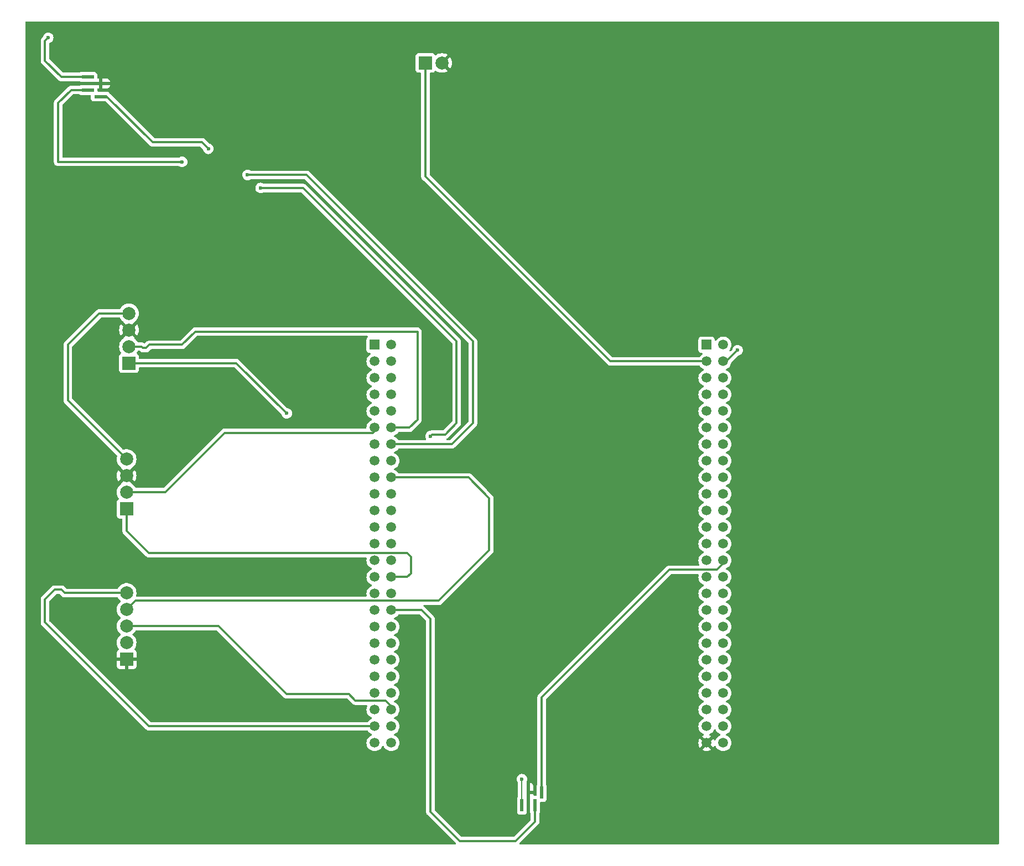
<source format=gbr>
%TF.GenerationSoftware,KiCad,Pcbnew,8.0.6*%
%TF.CreationDate,2025-01-17T17:45:08+05:30*%
%TF.ProjectId,stm32carrier_drive,73746d33-3263-4617-9272-6965725f6472,rev?*%
%TF.SameCoordinates,Original*%
%TF.FileFunction,Copper,L1,Top*%
%TF.FilePolarity,Positive*%
%FSLAX46Y46*%
G04 Gerber Fmt 4.6, Leading zero omitted, Abs format (unit mm)*
G04 Created by KiCad (PCBNEW 8.0.6) date 2025-01-17 17:45:08*
%MOMM*%
%LPD*%
G01*
G04 APERTURE LIST*
%TA.AperFunction,SMDPad,CuDef*%
%ADD10R,1.950000X0.500000*%
%TD*%
%TA.AperFunction,ComponentPad*%
%ADD11R,2.000000X2.000000*%
%TD*%
%TA.AperFunction,ComponentPad*%
%ADD12C,2.000000*%
%TD*%
%TA.AperFunction,SMDPad,CuDef*%
%ADD13R,0.500000X1.950000*%
%TD*%
%TA.AperFunction,ComponentPad*%
%ADD14R,1.508000X1.508000*%
%TD*%
%TA.AperFunction,ComponentPad*%
%ADD15C,1.508000*%
%TD*%
%TA.AperFunction,ViaPad*%
%ADD16C,0.600000*%
%TD*%
%TA.AperFunction,Conductor*%
%ADD17C,0.300000*%
%TD*%
%TA.AperFunction,Conductor*%
%ADD18C,0.200000*%
%TD*%
G04 APERTURE END LIST*
D10*
%TO.P,J1,1,Pin_1*%
%TO.N,USART_TX*%
X62500000Y-48500000D03*
%TO.P,J1,2,Pin_2*%
%TO.N,USART_RX*%
X60550000Y-47500000D03*
%TO.P,J1,3,Pin_3*%
%TO.N,GND*%
X62500000Y-46500000D03*
%TO.P,J1,4,Pin_4*%
%TO.N,Vcc_5v*%
X60550000Y-45500000D03*
%TD*%
D11*
%TO.P,J5,1,Pin_1*%
%TO.N,Vdd_5v*%
X112225000Y-43350000D03*
D12*
%TO.P,J5,2,Pin_2*%
%TO.N,GND*%
X114765000Y-43350000D03*
%TD*%
D11*
%TO.P,J3,1,Pin_1*%
%TO.N,Channel B_R*%
X66500000Y-111620000D03*
D12*
%TO.P,J3,2,Pin_2*%
%TO.N,Channel A_R*%
X66500000Y-109080000D03*
%TO.P,J3,3,Pin_3*%
%TO.N,GND*%
X66500000Y-106540000D03*
%TO.P,J3,4,Pin_4*%
%TO.N,Vcc_3v*%
X66500000Y-104000000D03*
%TD*%
D11*
%TO.P,J2,1,Pin_1*%
%TO.N,Channel B_L*%
X66850000Y-89310000D03*
D12*
%TO.P,J2,2,Pin_2*%
%TO.N,Channel A_L*%
X66850000Y-86770000D03*
%TO.P,J2,3,Pin_3*%
%TO.N,GND*%
X66850000Y-84230000D03*
%TO.P,J2,4,Pin_4*%
%TO.N,Vcc_3v*%
X66850000Y-81690000D03*
%TD*%
D13*
%TO.P,J6,1,Pin_1*%
%TO.N,SDA*%
X130000000Y-155050000D03*
%TO.P,J6,2,Pin_2*%
%TO.N,SCL*%
X129000000Y-157000000D03*
%TO.P,J6,3,Pin_3*%
%TO.N,GND*%
X128000000Y-155050000D03*
%TO.P,J6,4,Pin_4*%
%TO.N,Vcc_5v*%
X127000000Y-157000000D03*
%TD*%
D14*
%TO.P,TB1,P1_1,GND*%
%TO.N,unconnected-(TB1-GND-PadP1_1)*%
X104460000Y-86500000D03*
D15*
%TO.P,TB1,P1_2,GND*%
%TO.N,unconnected-(TB1-GND-PadP1_2)*%
X107000000Y-86500000D03*
%TO.P,TB1,P1_3,VDD*%
%TO.N,unconnected-(TB1-VDD-PadP1_3)*%
X104460000Y-89040000D03*
%TO.P,TB1,P1_4,VDD*%
%TO.N,unconnected-(TB1-VDD-PadP1_4)*%
X107000000Y-89040000D03*
%TO.P,TB1,P1_5,GND*%
%TO.N,unconnected-(TB1-GND-PadP1_5)*%
X104460000Y-91580000D03*
%TO.P,TB1,P1_6,NRST*%
%TO.N,unconnected-(TB1-NRST-PadP1_6)*%
X107000000Y-91580000D03*
%TO.P,TB1,P1_7,PC1*%
%TO.N,unconnected-(TB1-PC1-PadP1_7)*%
X104460000Y-94120000D03*
%TO.P,TB1,P1_8,PC0*%
%TO.N,unconnected-(TB1-PC0-PadP1_8)*%
X107000000Y-94120000D03*
%TO.P,TB1,P1_9,PC3*%
%TO.N,unconnected-(TB1-PC3-PadP1_9)*%
X104460000Y-96660000D03*
%TO.P,TB1,P1_10,PC2*%
%TO.N,unconnected-(TB1-PC2-PadP1_10)*%
X107000000Y-96660000D03*
%TO.P,TB1,P1_11,PA1*%
%TO.N,Channel A_R*%
X104460000Y-99200000D03*
%TO.P,TB1,P1_12,PA0-WKUP*%
%TO.N,Channel A_L*%
X107000000Y-99200000D03*
%TO.P,TB1,P1_13,PA3*%
%TO.N,USART_RX*%
X104460000Y-101740000D03*
%TO.P,TB1,P1_14,PA2*%
%TO.N,USART_TX*%
X107000000Y-101740000D03*
%TO.P,TB1,P1_15,PA5*%
%TO.N,unconnected-(TB1-PA5-PadP1_15)*%
X104460000Y-104280000D03*
%TO.P,TB1,P1_16,PA4*%
%TO.N,unconnected-(TB1-PA4-PadP1_16)*%
X107000000Y-104280000D03*
%TO.P,TB1,P1_17,PA7*%
%TO.N,unconnected-(TB1-PA7-PadP1_17)*%
X104460000Y-106820000D03*
%TO.P,TB1,P1_18,PA6*%
%TO.N,PWM1_L*%
X107000000Y-106820000D03*
%TO.P,TB1,P1_19,PC5*%
%TO.N,unconnected-(TB1-PC5-PadP1_19)*%
X104460000Y-109360000D03*
%TO.P,TB1,P1_20,PC4*%
%TO.N,unconnected-(TB1-PC4-PadP1_20)*%
X107000000Y-109360000D03*
%TO.P,TB1,P1_21,PB1*%
%TO.N,unconnected-(TB1-PB1-PadP1_21)*%
X104460000Y-111900000D03*
%TO.P,TB1,P1_22,PB0*%
%TO.N,PWM2_R*%
X107000000Y-111900000D03*
%TO.P,TB1,P1_23,GND*%
%TO.N,unconnected-(TB1-GND-PadP1_23)*%
X104460000Y-114440000D03*
%TO.P,TB1,P1_24,PB2*%
%TO.N,unconnected-(TB1-PB2-PadP1_24)*%
X107000000Y-114440000D03*
%TO.P,TB1,P1_25,PE7*%
%TO.N,unconnected-(TB1-PE7-PadP1_25)*%
X104460000Y-116980000D03*
%TO.P,TB1,P1_26,PE8*%
%TO.N,unconnected-(TB1-PE8-PadP1_26)*%
X107000000Y-116980000D03*
%TO.P,TB1,P1_27,PE9*%
%TO.N,unconnected-(TB1-PE9-PadP1_27)*%
X104460000Y-119520000D03*
%TO.P,TB1,P1_28,PE10*%
%TO.N,unconnected-(TB1-PE10-PadP1_28)*%
X107000000Y-119520000D03*
%TO.P,TB1,P1_29,PE11*%
%TO.N,Channel B_L*%
X104460000Y-122060000D03*
%TO.P,TB1,P1_30,PE12*%
%TO.N,Channel B_R*%
X107000000Y-122060000D03*
%TO.P,TB1,P1_31,PE13*%
%TO.N,unconnected-(TB1-PE13-PadP1_31)*%
X104460000Y-124600000D03*
%TO.P,TB1,P1_32,PE14*%
%TO.N,unconnected-(TB1-PE14-PadP1_32)*%
X107000000Y-124600000D03*
%TO.P,TB1,P1_33,PE15*%
%TO.N,unconnected-(TB1-PE15-PadP1_33)*%
X104460000Y-127140000D03*
%TO.P,TB1,P1_34,PB10*%
%TO.N,SCL*%
X107000000Y-127140000D03*
%TO.P,TB1,P1_35,PB11*%
%TO.N,unconnected-(TB1-PB11-PadP1_35)*%
X104460000Y-129680000D03*
%TO.P,TB1,P1_36,PB12*%
%TO.N,unconnected-(TB1-PB12-PadP1_36)*%
X107000000Y-129680000D03*
%TO.P,TB1,P1_37,PB13*%
%TO.N,unconnected-(TB1-PB13-PadP1_37)*%
X104460000Y-132220000D03*
%TO.P,TB1,P1_38,PB14*%
%TO.N,unconnected-(TB1-PB14-PadP1_38)*%
X107000000Y-132220000D03*
%TO.P,TB1,P1_39,PB15*%
%TO.N,unconnected-(TB1-PB15-PadP1_39)*%
X104460000Y-134760000D03*
%TO.P,TB1,P1_40,PD8*%
%TO.N,unconnected-(TB1-PD8-PadP1_40)*%
X107000000Y-134760000D03*
%TO.P,TB1,P1_41,PD9*%
%TO.N,unconnected-(TB1-PD9-PadP1_41)*%
X104460000Y-137300000D03*
%TO.P,TB1,P1_42,PD10*%
%TO.N,unconnected-(TB1-PD10-PadP1_42)*%
X107000000Y-137300000D03*
%TO.P,TB1,P1_43,PD11*%
%TO.N,unconnected-(TB1-PD11-PadP1_43)*%
X104460000Y-139840000D03*
%TO.P,TB1,P1_44,PD12*%
%TO.N,unconnected-(TB1-PD12-PadP1_44)*%
X107000000Y-139840000D03*
%TO.P,TB1,P1_45,PD13*%
%TO.N,unconnected-(TB1-PD13-PadP1_45)*%
X104460000Y-142380000D03*
%TO.P,TB1,P1_46,PD14*%
%TO.N,Dir2_R*%
X107000000Y-142380000D03*
%TO.P,TB1,P1_47,PD15*%
%TO.N,Dir1_L*%
X104460000Y-144920000D03*
%TO.P,TB1,P1_48*%
%TO.N,N/C*%
X107000000Y-144920000D03*
%TO.P,TB1,P1_49,GND*%
%TO.N,unconnected-(TB1-GND-PadP1_49)*%
X104460000Y-147460000D03*
%TO.P,TB1,P1_50,GND*%
%TO.N,unconnected-(TB1-GND-PadP1_50)*%
X107000000Y-147460000D03*
D14*
%TO.P,TB1,P2_1,GND*%
%TO.N,unconnected-(TB1-GND-PadP2_1)*%
X155260000Y-86500000D03*
D15*
%TO.P,TB1,P2_2,GND*%
%TO.N,unconnected-(TB1-GND-PadP2_2)*%
X157800000Y-86500000D03*
%TO.P,TB1,P2_3,5V*%
%TO.N,Vdd_5v*%
X155260000Y-89040000D03*
%TO.P,TB1,P2_4,5V*%
%TO.N,Vcc_5v*%
X157800000Y-89040000D03*
%TO.P,TB1,P2_5,3V*%
%TO.N,unconnected-(TB1-3V-PadP2_5)*%
X155260000Y-91580000D03*
%TO.P,TB1,P2_6,3V*%
%TO.N,Vcc_3v*%
X157800000Y-91580000D03*
%TO.P,TB1,P2_7,PH0*%
%TO.N,unconnected-(TB1-PH0-PadP2_7)*%
X155260000Y-94120000D03*
%TO.P,TB1,P2_8,PH1*%
%TO.N,unconnected-(TB1-PH1-PadP2_8)*%
X157800000Y-94120000D03*
%TO.P,TB1,P2_9,PC14*%
%TO.N,unconnected-(TB1-PC14-PadP2_9)*%
X155260000Y-96660000D03*
%TO.P,TB1,P2_10,PC15*%
%TO.N,unconnected-(TB1-PC15-PadP2_10)*%
X157800000Y-96660000D03*
%TO.P,TB1,P2_11,PE6*%
%TO.N,unconnected-(TB1-PE6-PadP2_11)*%
X155260000Y-99200000D03*
%TO.P,TB1,P2_12,PC13*%
%TO.N,unconnected-(TB1-PC13-PadP2_12)*%
X157800000Y-99200000D03*
%TO.P,TB1,P2_13,PE4*%
%TO.N,unconnected-(TB1-PE4-PadP2_13)*%
X155260000Y-101740000D03*
%TO.P,TB1,P2_14,PE5*%
%TO.N,unconnected-(TB1-PE5-PadP2_14)*%
X157800000Y-101740000D03*
%TO.P,TB1,P2_15,PE2*%
%TO.N,unconnected-(TB1-PE2-PadP2_15)*%
X155260000Y-104280000D03*
%TO.P,TB1,P2_16,PE3*%
%TO.N,unconnected-(TB1-PE3-PadP2_16)*%
X157800000Y-104280000D03*
%TO.P,TB1,P2_17,PE0*%
%TO.N,unconnected-(TB1-PE0-PadP2_17)*%
X155260000Y-106820000D03*
%TO.P,TB1,P2_18,PE1*%
%TO.N,unconnected-(TB1-PE1-PadP2_18)*%
X157800000Y-106820000D03*
%TO.P,TB1,P2_19,PB8*%
%TO.N,unconnected-(TB1-PB8-PadP2_19)*%
X155260000Y-109360000D03*
%TO.P,TB1,P2_20,PB9*%
%TO.N,unconnected-(TB1-PB9-PadP2_20)*%
X157800000Y-109360000D03*
%TO.P,TB1,P2_21,BOOT0*%
%TO.N,unconnected-(TB1-BOOT0-PadP2_21)*%
X155260000Y-111900000D03*
%TO.P,TB1,P2_22,VDD*%
%TO.N,unconnected-(TB1-VDD-PadP2_22)*%
X157800000Y-111900000D03*
%TO.P,TB1,P2_23,PB6*%
%TO.N,unconnected-(TB1-PB6-PadP2_23)*%
X155260000Y-114440000D03*
%TO.P,TB1,P2_24,PB7*%
%TO.N,unconnected-(TB1-PB7-PadP2_24)*%
X157800000Y-114440000D03*
%TO.P,TB1,P2_25,PB4*%
%TO.N,unconnected-(TB1-PB4-PadP2_25)*%
X155260000Y-116980000D03*
%TO.P,TB1,P2_26,PB5*%
%TO.N,unconnected-(TB1-PB5-PadP2_26)*%
X157800000Y-116980000D03*
%TO.P,TB1,P2_27,PD7*%
%TO.N,unconnected-(TB1-PD7-PadP2_27)*%
X155260000Y-119520000D03*
%TO.P,TB1,P2_28,PB3*%
%TO.N,SDA*%
X157800000Y-119520000D03*
%TO.P,TB1,P2_29,PD5*%
%TO.N,unconnected-(TB1-PD5-PadP2_29)*%
X155260000Y-122060000D03*
%TO.P,TB1,P2_30,PD6*%
%TO.N,unconnected-(TB1-PD6-PadP2_30)*%
X157800000Y-122060000D03*
%TO.P,TB1,P2_31,PD3*%
%TO.N,unconnected-(TB1-PD3-PadP2_31)*%
X155260000Y-124600000D03*
%TO.P,TB1,P2_32,PD4*%
%TO.N,unconnected-(TB1-PD4-PadP2_32)*%
X157800000Y-124600000D03*
%TO.P,TB1,P2_33,PD1*%
%TO.N,unconnected-(TB1-PD1-PadP2_33)*%
X155260000Y-127140000D03*
%TO.P,TB1,P2_34,PD2*%
%TO.N,unconnected-(TB1-PD2-PadP2_34)*%
X157800000Y-127140000D03*
%TO.P,TB1,P2_35,PC12*%
%TO.N,unconnected-(TB1-PC12-PadP2_35)*%
X155260000Y-129680000D03*
%TO.P,TB1,P2_36,PD0*%
%TO.N,unconnected-(TB1-PD0-PadP2_36)*%
X157800000Y-129680000D03*
%TO.P,TB1,P2_37,PC10*%
%TO.N,unconnected-(TB1-PC10-PadP2_37)*%
X155260000Y-132220000D03*
%TO.P,TB1,P2_38,PC11*%
%TO.N,unconnected-(TB1-PC11-PadP2_38)*%
X157800000Y-132220000D03*
%TO.P,TB1,P2_39,PA14*%
%TO.N,unconnected-(TB1-PA14-PadP2_39)*%
X155260000Y-134760000D03*
%TO.P,TB1,P2_40,PA15*%
%TO.N,unconnected-(TB1-PA15-PadP2_40)*%
X157800000Y-134760000D03*
%TO.P,TB1,P2_41,PA10*%
%TO.N,unconnected-(TB1-PA10-PadP2_41)*%
X155260000Y-137300000D03*
%TO.P,TB1,P2_42,PA13*%
%TO.N,unconnected-(TB1-PA13-PadP2_42)*%
X157800000Y-137300000D03*
%TO.P,TB1,P2_43,PA8*%
%TO.N,unconnected-(TB1-PA8-PadP2_43)*%
X155260000Y-139840000D03*
%TO.P,TB1,P2_44,PA9*%
%TO.N,unconnected-(TB1-PA9-PadP2_44)*%
X157800000Y-139840000D03*
%TO.P,TB1,P2_45,PC8*%
%TO.N,unconnected-(TB1-PC8-PadP2_45)*%
X155260000Y-142380000D03*
%TO.P,TB1,P2_46,PC9*%
%TO.N,unconnected-(TB1-PC9-PadP2_46)*%
X157800000Y-142380000D03*
%TO.P,TB1,P2_47,PC6*%
%TO.N,unconnected-(TB1-PC6-PadP2_47)*%
X155260000Y-144920000D03*
%TO.P,TB1,P2_48,PC7*%
%TO.N,unconnected-(TB1-PC7-PadP2_48)*%
X157800000Y-144920000D03*
%TO.P,TB1,P2_49,GND*%
%TO.N,GND*%
X155260000Y-147460000D03*
%TO.P,TB1,P2_50,GND*%
%TO.N,unconnected-(TB1-GND-PadP2_50)*%
X157800000Y-147460000D03*
%TD*%
D11*
%TO.P,J4,1,Pin_1*%
%TO.N,GND*%
X66500000Y-134660000D03*
D12*
%TO.P,J4,2,Pin_2*%
%TO.N,PWM2_R*%
X66500000Y-132120000D03*
%TO.P,J4,3,Pin_3*%
%TO.N,Dir2_R*%
X66500000Y-129580000D03*
%TO.P,J4,4,Pin_4*%
%TO.N,PWM1_L*%
X66500000Y-127040000D03*
%TO.P,J4,5,Pin_5*%
%TO.N,Dir1_L*%
X66500000Y-124500000D03*
%TD*%
D16*
%TO.N,Vcc_5v*%
X127000000Y-153000000D03*
X160000000Y-87340000D03*
X54500000Y-39500000D03*
%TO.N,USART_RX*%
X75000000Y-58500000D03*
X113000000Y-100500000D03*
X87000000Y-62500000D03*
%TO.N,USART_TX*%
X85000000Y-60500000D03*
X79000000Y-56500000D03*
%TO.N,Channel B_L*%
X91000000Y-97000000D03*
%TD*%
D17*
%TO.N,Vdd_5v*%
X140540000Y-89040000D02*
X112225000Y-60725000D01*
X112225000Y-43350000D02*
X112225000Y-60725000D01*
X155760000Y-89040000D02*
X140540000Y-89040000D01*
%TO.N,Vcc_5v*%
X54500000Y-39500000D02*
X54000000Y-40000000D01*
X54000000Y-40000000D02*
X54000000Y-43000000D01*
D18*
X127000000Y-157000000D02*
X127000000Y-153000000D01*
D17*
X56500000Y-45500000D02*
X60550000Y-45500000D01*
X54000000Y-43000000D02*
X56500000Y-45500000D01*
X160000000Y-87340000D02*
X158300000Y-89040000D01*
%TO.N,USART_RX*%
X113246000Y-100254000D02*
X113000000Y-100500000D01*
X56000000Y-49500000D02*
X58000000Y-47500000D01*
X117000000Y-98500000D02*
X117000000Y-86000000D01*
X56000000Y-58500000D02*
X56000000Y-49500000D01*
X117000000Y-86000000D02*
X93500000Y-62500000D01*
X93500000Y-62500000D02*
X87000000Y-62500000D01*
X58000000Y-47500000D02*
X60550000Y-47500000D01*
X115246000Y-100254000D02*
X113246000Y-100254000D01*
X115246000Y-100254000D02*
X117000000Y-98500000D01*
X75000000Y-58500000D02*
X56000000Y-58500000D01*
%TO.N,USART_TX*%
X119500000Y-98500000D02*
X119500000Y-86000000D01*
X116260000Y-101740000D02*
X119500000Y-98500000D01*
X63500000Y-48500000D02*
X62500000Y-48500000D01*
X119500000Y-86000000D02*
X94000000Y-60500000D01*
X94000000Y-60500000D02*
X85000000Y-60500000D01*
X78000000Y-55500000D02*
X70500000Y-55500000D01*
X79000000Y-56500000D02*
X78000000Y-55500000D01*
X107500000Y-101740000D02*
X116260000Y-101740000D01*
X70500000Y-55500000D02*
X63500000Y-48500000D01*
%TO.N,Vcc_3v*%
X66850000Y-81690000D02*
X62310000Y-81690000D01*
X57500000Y-95000000D02*
X66500000Y-104000000D01*
X57500000Y-86500000D02*
X57500000Y-95000000D01*
X62310000Y-81690000D02*
X57500000Y-86500000D01*
%TO.N,PWM1_L*%
X67836000Y-125704000D02*
X114296000Y-125704000D01*
X118820000Y-106820000D02*
X107500000Y-106820000D01*
X114296000Y-125704000D02*
X122000000Y-118000000D01*
X122000000Y-118000000D02*
X122000000Y-110000000D01*
X122000000Y-110000000D02*
X118820000Y-106820000D01*
X66500000Y-127040000D02*
X67836000Y-125704000D01*
%TO.N,Dir2_R*%
X80580000Y-129580000D02*
X91000000Y-140000000D01*
X101500000Y-141000000D02*
X106120000Y-141000000D01*
X66500000Y-129580000D02*
X80580000Y-129580000D01*
X106120000Y-141000000D02*
X107500000Y-142380000D01*
X100500000Y-140000000D02*
X101500000Y-141000000D01*
X91000000Y-140000000D02*
X100500000Y-140000000D01*
%TO.N,Dir1_L*%
X55500000Y-124000000D02*
X56500000Y-124000000D01*
X57000000Y-124500000D02*
X66500000Y-124500000D01*
X54000000Y-129000000D02*
X54000000Y-125500000D01*
X104960000Y-144920000D02*
X69920000Y-144920000D01*
X69920000Y-144920000D02*
X54000000Y-129000000D01*
X54000000Y-125500000D02*
X55500000Y-124000000D01*
X56500000Y-124000000D02*
X57000000Y-124500000D01*
%TO.N,SDA*%
X156864000Y-120956000D02*
X158300000Y-119520000D01*
X149544000Y-120956000D02*
X156864000Y-120956000D01*
X130000000Y-140500000D02*
X149544000Y-120956000D01*
X130000000Y-155050000D02*
X130000000Y-140500000D01*
%TO.N,SCL*%
X126000000Y-162500000D02*
X117500000Y-162500000D01*
X129000000Y-159500000D02*
X126000000Y-162500000D01*
X111640000Y-127140000D02*
X113000000Y-128500000D01*
X107500000Y-127140000D02*
X111640000Y-127140000D01*
X117500000Y-162500000D02*
X113000000Y-158000000D01*
X113000000Y-158000000D02*
X113000000Y-128500000D01*
X129000000Y-157000000D02*
X129000000Y-159500000D01*
%TO.N,Channel A_L*%
X107500000Y-99200000D02*
X109800000Y-99200000D01*
X69000000Y-87000000D02*
X68770000Y-86770000D01*
X111000000Y-84500000D02*
X77000000Y-84500000D01*
X70000000Y-86500000D02*
X69500000Y-87000000D01*
X77000000Y-84500000D02*
X75000000Y-86500000D01*
X111000000Y-98000000D02*
X111000000Y-84500000D01*
X75000000Y-86500000D02*
X70000000Y-86500000D01*
X68770000Y-86770000D02*
X66850000Y-86770000D01*
X109800000Y-99200000D02*
X111000000Y-98000000D01*
X69500000Y-87000000D02*
X69000000Y-87000000D01*
%TO.N,Channel B_L*%
X66850000Y-89310000D02*
X83310000Y-89310000D01*
X83310000Y-89310000D02*
X91000000Y-97000000D01*
%TO.N,Channel A_R*%
X72420000Y-109080000D02*
X81500000Y-100000000D01*
X81500000Y-100000000D02*
X104160000Y-100000000D01*
X66500000Y-109080000D02*
X72420000Y-109080000D01*
X104160000Y-100000000D02*
X104960000Y-99200000D01*
%TO.N,Channel B_R*%
X109440000Y-122060000D02*
X110000000Y-121500000D01*
X69916000Y-118416000D02*
X66500000Y-115000000D01*
X66500000Y-115000000D02*
X66500000Y-111620000D01*
X110000000Y-119000000D02*
X109416000Y-118416000D01*
X109416000Y-118416000D02*
X69916000Y-118416000D01*
X110000000Y-121500000D02*
X110000000Y-119000000D01*
X107500000Y-122060000D02*
X109440000Y-122060000D01*
%TD*%
%TA.AperFunction,Conductor*%
%TO.N,GND*%
G36*
X199942539Y-37020185D02*
G01*
X199988294Y-37072989D01*
X199999500Y-37124500D01*
X199999500Y-162875500D01*
X199979815Y-162942539D01*
X199927011Y-162988294D01*
X199875500Y-162999500D01*
X126719808Y-162999500D01*
X126652769Y-162979815D01*
X126607014Y-162927011D01*
X126597070Y-162857853D01*
X126626095Y-162794297D01*
X126632127Y-162787819D01*
X129505273Y-159914673D01*
X129505277Y-159914669D01*
X129576465Y-159808127D01*
X129625501Y-159689743D01*
X129650500Y-159564069D01*
X129650500Y-159435931D01*
X129650500Y-158316438D01*
X129670185Y-158249399D01*
X129675234Y-158242126D01*
X129693796Y-158217331D01*
X129744091Y-158082483D01*
X129750500Y-158022873D01*
X129750499Y-156649498D01*
X129770184Y-156582460D01*
X129822987Y-156536705D01*
X129874499Y-156525499D01*
X130297871Y-156525499D01*
X130297872Y-156525499D01*
X130357483Y-156519091D01*
X130492331Y-156468796D01*
X130607546Y-156382546D01*
X130693796Y-156267331D01*
X130744091Y-156132483D01*
X130750500Y-156072873D01*
X130750499Y-154027128D01*
X130744091Y-153967517D01*
X130693884Y-153832906D01*
X130693797Y-153832671D01*
X130693795Y-153832668D01*
X130675233Y-153807872D01*
X130650816Y-153742408D01*
X130650500Y-153733561D01*
X130650500Y-140820808D01*
X130670185Y-140753769D01*
X130686819Y-140733127D01*
X149777127Y-121642819D01*
X149838450Y-121609334D01*
X149864808Y-121606500D01*
X153921161Y-121606500D01*
X153988200Y-121626185D01*
X154033955Y-121678989D01*
X154043899Y-121748147D01*
X154040936Y-121762594D01*
X154019839Y-121841324D01*
X154019838Y-121841331D01*
X154013422Y-121914669D01*
X154000708Y-122060000D01*
X154019839Y-122278674D01*
X154076653Y-122490703D01*
X154076654Y-122490706D01*
X154076655Y-122490708D01*
X154169419Y-122689642D01*
X154169423Y-122689650D01*
X154295322Y-122869452D01*
X154295327Y-122869458D01*
X154450541Y-123024672D01*
X154450547Y-123024677D01*
X154630349Y-123150576D01*
X154630351Y-123150577D01*
X154630354Y-123150579D01*
X154714963Y-123190032D01*
X154774120Y-123217618D01*
X154826560Y-123263790D01*
X154845712Y-123330983D01*
X154825496Y-123397865D01*
X154774120Y-123442382D01*
X154630357Y-123509419D01*
X154630349Y-123509423D01*
X154450547Y-123635322D01*
X154450541Y-123635327D01*
X154295327Y-123790541D01*
X154295322Y-123790547D01*
X154169423Y-123970349D01*
X154169419Y-123970357D01*
X154076655Y-124169291D01*
X154019839Y-124381324D01*
X154019838Y-124381331D01*
X154000708Y-124599997D01*
X154000708Y-124600002D01*
X154013640Y-124747824D01*
X154019839Y-124818674D01*
X154076653Y-125030703D01*
X154076654Y-125030706D01*
X154076655Y-125030708D01*
X154169419Y-125229642D01*
X154169423Y-125229650D01*
X154295322Y-125409452D01*
X154295327Y-125409458D01*
X154450541Y-125564672D01*
X154450547Y-125564677D01*
X154630349Y-125690576D01*
X154630351Y-125690577D01*
X154630354Y-125690579D01*
X154712442Y-125728857D01*
X154774120Y-125757618D01*
X154826560Y-125803790D01*
X154845712Y-125870983D01*
X154825496Y-125937865D01*
X154774120Y-125982382D01*
X154630357Y-126049419D01*
X154630349Y-126049423D01*
X154450547Y-126175322D01*
X154450541Y-126175327D01*
X154295327Y-126330541D01*
X154295322Y-126330547D01*
X154169423Y-126510349D01*
X154169419Y-126510357D01*
X154076655Y-126709291D01*
X154019839Y-126921324D01*
X154019838Y-126921331D01*
X154000708Y-127139997D01*
X154000708Y-127140002D01*
X154013640Y-127287824D01*
X154019839Y-127358674D01*
X154076653Y-127570703D01*
X154076654Y-127570706D01*
X154076655Y-127570708D01*
X154169419Y-127769642D01*
X154169423Y-127769650D01*
X154295322Y-127949452D01*
X154295327Y-127949458D01*
X154450541Y-128104672D01*
X154450547Y-128104677D01*
X154630349Y-128230576D01*
X154630351Y-128230577D01*
X154630354Y-128230579D01*
X154712442Y-128268857D01*
X154774120Y-128297618D01*
X154826560Y-128343790D01*
X154845712Y-128410983D01*
X154825496Y-128477865D01*
X154774120Y-128522382D01*
X154630357Y-128589419D01*
X154630349Y-128589423D01*
X154450547Y-128715322D01*
X154450541Y-128715327D01*
X154295327Y-128870541D01*
X154295322Y-128870547D01*
X154169423Y-129050349D01*
X154169419Y-129050357D01*
X154076655Y-129249291D01*
X154019839Y-129461324D01*
X154019838Y-129461331D01*
X154000708Y-129679997D01*
X154000708Y-129680002D01*
X154013640Y-129827824D01*
X154019839Y-129898674D01*
X154076653Y-130110703D01*
X154076654Y-130110706D01*
X154076655Y-130110708D01*
X154169419Y-130309642D01*
X154169423Y-130309650D01*
X154295322Y-130489452D01*
X154295327Y-130489458D01*
X154450541Y-130644672D01*
X154450547Y-130644677D01*
X154630349Y-130770576D01*
X154630351Y-130770577D01*
X154630354Y-130770579D01*
X154712442Y-130808857D01*
X154774120Y-130837618D01*
X154826560Y-130883790D01*
X154845712Y-130950983D01*
X154825496Y-131017865D01*
X154774120Y-131062382D01*
X154630357Y-131129419D01*
X154630349Y-131129423D01*
X154450547Y-131255322D01*
X154450541Y-131255327D01*
X154295327Y-131410541D01*
X154295322Y-131410547D01*
X154169423Y-131590349D01*
X154169419Y-131590357D01*
X154076655Y-131789291D01*
X154019839Y-132001324D01*
X154019838Y-132001331D01*
X154000708Y-132219997D01*
X154000708Y-132220002D01*
X154013640Y-132367824D01*
X154019839Y-132438674D01*
X154076653Y-132650703D01*
X154076654Y-132650706D01*
X154076655Y-132650708D01*
X154169419Y-132849642D01*
X154169423Y-132849650D01*
X154295322Y-133029452D01*
X154295327Y-133029458D01*
X154450541Y-133184672D01*
X154450547Y-133184677D01*
X154630349Y-133310576D01*
X154630351Y-133310577D01*
X154630354Y-133310579D01*
X154714963Y-133350032D01*
X154774120Y-133377618D01*
X154826560Y-133423790D01*
X154845712Y-133490983D01*
X154825496Y-133557865D01*
X154774120Y-133602382D01*
X154630357Y-133669419D01*
X154630349Y-133669423D01*
X154450547Y-133795322D01*
X154450541Y-133795327D01*
X154295327Y-133950541D01*
X154295322Y-133950547D01*
X154169423Y-134130349D01*
X154169419Y-134130357D01*
X154076655Y-134329291D01*
X154019839Y-134541324D01*
X154019838Y-134541331D01*
X154016367Y-134581009D01*
X154000708Y-134760000D01*
X154019839Y-134978674D01*
X154076653Y-135190703D01*
X154076654Y-135190706D01*
X154076655Y-135190708D01*
X154169419Y-135389642D01*
X154169423Y-135389650D01*
X154295322Y-135569452D01*
X154295327Y-135569458D01*
X154450541Y-135724672D01*
X154450547Y-135724677D01*
X154630349Y-135850576D01*
X154630351Y-135850577D01*
X154630354Y-135850579D01*
X154714963Y-135890032D01*
X154774120Y-135917618D01*
X154826560Y-135963790D01*
X154845712Y-136030983D01*
X154825496Y-136097865D01*
X154774120Y-136142382D01*
X154630357Y-136209419D01*
X154630349Y-136209423D01*
X154450547Y-136335322D01*
X154450541Y-136335327D01*
X154295327Y-136490541D01*
X154295322Y-136490547D01*
X154169423Y-136670349D01*
X154169419Y-136670357D01*
X154076655Y-136869291D01*
X154019839Y-137081324D01*
X154019838Y-137081331D01*
X154000708Y-137299997D01*
X154000708Y-137300000D01*
X154019839Y-137518674D01*
X154076653Y-137730703D01*
X154076654Y-137730706D01*
X154076655Y-137730708D01*
X154169419Y-137929642D01*
X154169423Y-137929650D01*
X154295322Y-138109452D01*
X154295327Y-138109458D01*
X154450541Y-138264672D01*
X154450547Y-138264677D01*
X154630349Y-138390576D01*
X154630351Y-138390577D01*
X154630354Y-138390579D01*
X154714963Y-138430032D01*
X154774120Y-138457618D01*
X154826560Y-138503790D01*
X154845712Y-138570983D01*
X154825496Y-138637865D01*
X154774120Y-138682382D01*
X154630357Y-138749419D01*
X154630349Y-138749423D01*
X154450547Y-138875322D01*
X154450541Y-138875327D01*
X154295327Y-139030541D01*
X154295322Y-139030547D01*
X154169423Y-139210349D01*
X154169419Y-139210357D01*
X154076655Y-139409291D01*
X154019839Y-139621324D01*
X154019838Y-139621331D01*
X154000708Y-139839997D01*
X154000708Y-139840000D01*
X154019839Y-140058674D01*
X154076653Y-140270703D01*
X154076654Y-140270706D01*
X154076655Y-140270708D01*
X154169419Y-140469642D01*
X154169423Y-140469650D01*
X154295322Y-140649452D01*
X154295327Y-140649458D01*
X154450541Y-140804672D01*
X154450547Y-140804677D01*
X154630349Y-140930576D01*
X154630351Y-140930577D01*
X154630354Y-140930579D01*
X154714963Y-140970032D01*
X154774120Y-140997618D01*
X154826560Y-141043790D01*
X154845712Y-141110983D01*
X154825496Y-141177865D01*
X154774120Y-141222382D01*
X154630357Y-141289419D01*
X154630349Y-141289423D01*
X154450547Y-141415322D01*
X154450541Y-141415327D01*
X154295327Y-141570541D01*
X154295322Y-141570547D01*
X154169423Y-141750349D01*
X154169419Y-141750357D01*
X154076655Y-141949291D01*
X154019839Y-142161324D01*
X154019838Y-142161331D01*
X154000708Y-142379997D01*
X154000708Y-142380000D01*
X154019839Y-142598674D01*
X154076653Y-142810703D01*
X154076654Y-142810706D01*
X154076655Y-142810708D01*
X154169419Y-143009642D01*
X154169423Y-143009650D01*
X154295322Y-143189452D01*
X154295327Y-143189458D01*
X154450541Y-143344672D01*
X154450547Y-143344677D01*
X154630349Y-143470576D01*
X154630351Y-143470577D01*
X154630354Y-143470579D01*
X154714963Y-143510032D01*
X154774120Y-143537618D01*
X154826560Y-143583790D01*
X154845712Y-143650983D01*
X154825496Y-143717865D01*
X154774120Y-143762382D01*
X154630357Y-143829419D01*
X154630349Y-143829423D01*
X154450547Y-143955322D01*
X154450541Y-143955327D01*
X154295327Y-144110541D01*
X154295322Y-144110547D01*
X154169423Y-144290349D01*
X154169419Y-144290357D01*
X154076655Y-144489291D01*
X154019839Y-144701324D01*
X154019838Y-144701331D01*
X154000708Y-144919997D01*
X154000708Y-144920000D01*
X154019839Y-145138674D01*
X154076653Y-145350703D01*
X154076654Y-145350706D01*
X154076655Y-145350708D01*
X154169419Y-145549642D01*
X154169423Y-145549650D01*
X154295322Y-145729452D01*
X154295327Y-145729458D01*
X154450541Y-145884672D01*
X154450547Y-145884677D01*
X154630349Y-146010576D01*
X154630351Y-146010577D01*
X154630354Y-146010579D01*
X154733513Y-146058682D01*
X154774710Y-146077893D01*
X154827150Y-146124065D01*
X154846302Y-146191258D01*
X154826086Y-146258140D01*
X154774712Y-146302657D01*
X154630603Y-146369857D01*
X154567556Y-146414003D01*
X154567555Y-146414003D01*
X155130590Y-146977037D01*
X155067007Y-146994075D01*
X154952993Y-147059901D01*
X154859901Y-147152993D01*
X154794075Y-147267007D01*
X154777037Y-147330589D01*
X154214003Y-146767555D01*
X154214003Y-146767556D01*
X154169856Y-146830604D01*
X154169855Y-146830606D01*
X154077124Y-147029466D01*
X154077121Y-147029475D01*
X154020335Y-147241407D01*
X154020333Y-147241417D01*
X154001210Y-147459999D01*
X154001210Y-147460000D01*
X154020333Y-147678582D01*
X154020335Y-147678592D01*
X154077121Y-147890524D01*
X154077125Y-147890533D01*
X154169854Y-148089392D01*
X154214003Y-148152443D01*
X154777037Y-147589409D01*
X154794075Y-147652993D01*
X154859901Y-147767007D01*
X154952993Y-147860099D01*
X155067007Y-147925925D01*
X155130590Y-147942962D01*
X154567555Y-148505996D01*
X154630601Y-148550142D01*
X154630605Y-148550144D01*
X154829466Y-148642874D01*
X154829475Y-148642878D01*
X155041407Y-148699664D01*
X155041417Y-148699666D01*
X155259999Y-148718790D01*
X155260001Y-148718790D01*
X155478582Y-148699666D01*
X155478592Y-148699664D01*
X155690524Y-148642878D01*
X155690533Y-148642874D01*
X155889392Y-148550145D01*
X155952443Y-148505995D01*
X155389410Y-147942962D01*
X155452993Y-147925925D01*
X155567007Y-147860099D01*
X155660099Y-147767007D01*
X155725925Y-147652993D01*
X155742962Y-147589409D01*
X156305995Y-148152442D01*
X156350146Y-148089390D01*
X156417342Y-147945289D01*
X156463514Y-147892849D01*
X156530707Y-147873697D01*
X156597589Y-147893913D01*
X156642106Y-147945288D01*
X156709421Y-148089646D01*
X156709423Y-148089650D01*
X156835322Y-148269452D01*
X156835327Y-148269458D01*
X156990541Y-148424672D01*
X156990547Y-148424677D01*
X157170349Y-148550576D01*
X157170351Y-148550577D01*
X157170354Y-148550579D01*
X157369297Y-148643347D01*
X157581326Y-148700161D01*
X157737521Y-148713826D01*
X157799998Y-148719292D01*
X157800000Y-148719292D01*
X157800002Y-148719292D01*
X157854668Y-148714509D01*
X158018674Y-148700161D01*
X158230703Y-148643347D01*
X158429646Y-148550579D01*
X158609457Y-148424674D01*
X158764674Y-148269457D01*
X158890579Y-148089646D01*
X158983347Y-147890703D01*
X159040161Y-147678674D01*
X159059292Y-147460000D01*
X159040161Y-147241326D01*
X158983347Y-147029297D01*
X158890579Y-146830354D01*
X158890577Y-146830351D01*
X158890576Y-146830349D01*
X158764677Y-146650547D01*
X158764672Y-146650541D01*
X158609458Y-146495327D01*
X158609452Y-146495322D01*
X158429650Y-146369423D01*
X158429642Y-146369419D01*
X158285879Y-146302382D01*
X158233439Y-146256210D01*
X158214287Y-146189017D01*
X158234502Y-146122136D01*
X158285879Y-146077618D01*
X158429646Y-146010579D01*
X158609457Y-145884674D01*
X158764674Y-145729457D01*
X158890579Y-145549646D01*
X158983347Y-145350703D01*
X159040161Y-145138674D01*
X159059292Y-144920000D01*
X159040161Y-144701326D01*
X158983347Y-144489297D01*
X158890579Y-144290354D01*
X158890577Y-144290351D01*
X158890576Y-144290349D01*
X158764677Y-144110547D01*
X158764672Y-144110541D01*
X158609458Y-143955327D01*
X158609452Y-143955322D01*
X158429650Y-143829423D01*
X158429642Y-143829419D01*
X158285879Y-143762382D01*
X158233439Y-143716210D01*
X158214287Y-143649017D01*
X158234502Y-143582136D01*
X158285879Y-143537618D01*
X158429646Y-143470579D01*
X158609457Y-143344674D01*
X158764674Y-143189457D01*
X158890579Y-143009646D01*
X158983347Y-142810703D01*
X159040161Y-142598674D01*
X159059292Y-142380000D01*
X159040161Y-142161326D01*
X158983347Y-141949297D01*
X158890579Y-141750354D01*
X158890577Y-141750351D01*
X158890576Y-141750349D01*
X158764677Y-141570547D01*
X158764672Y-141570541D01*
X158609458Y-141415327D01*
X158609452Y-141415322D01*
X158429650Y-141289423D01*
X158429642Y-141289419D01*
X158285879Y-141222382D01*
X158233439Y-141176210D01*
X158214287Y-141109017D01*
X158234502Y-141042136D01*
X158285879Y-140997618D01*
X158429646Y-140930579D01*
X158609457Y-140804674D01*
X158764674Y-140649457D01*
X158890579Y-140469646D01*
X158983347Y-140270703D01*
X159040161Y-140058674D01*
X159059292Y-139840000D01*
X159040161Y-139621326D01*
X158983347Y-139409297D01*
X158890579Y-139210354D01*
X158890577Y-139210351D01*
X158890576Y-139210349D01*
X158764677Y-139030547D01*
X158764672Y-139030541D01*
X158609458Y-138875327D01*
X158609452Y-138875322D01*
X158429650Y-138749423D01*
X158429642Y-138749419D01*
X158285879Y-138682382D01*
X158233439Y-138636210D01*
X158214287Y-138569017D01*
X158234502Y-138502136D01*
X158285879Y-138457618D01*
X158429646Y-138390579D01*
X158609457Y-138264674D01*
X158764674Y-138109457D01*
X158890579Y-137929646D01*
X158983347Y-137730703D01*
X159040161Y-137518674D01*
X159059292Y-137300000D01*
X159040161Y-137081326D01*
X158983347Y-136869297D01*
X158890579Y-136670354D01*
X158890577Y-136670351D01*
X158890576Y-136670349D01*
X158764677Y-136490547D01*
X158764672Y-136490541D01*
X158609458Y-136335327D01*
X158609452Y-136335322D01*
X158429650Y-136209423D01*
X158429642Y-136209419D01*
X158369497Y-136181373D01*
X158285878Y-136142381D01*
X158233439Y-136096210D01*
X158214287Y-136029017D01*
X158234502Y-135962136D01*
X158285879Y-135917618D01*
X158429646Y-135850579D01*
X158609457Y-135724674D01*
X158764674Y-135569457D01*
X158890579Y-135389646D01*
X158983347Y-135190703D01*
X159040161Y-134978674D01*
X159059292Y-134760000D01*
X159040161Y-134541326D01*
X158983347Y-134329297D01*
X158890579Y-134130354D01*
X158890577Y-134130351D01*
X158890576Y-134130349D01*
X158764677Y-133950547D01*
X158764672Y-133950541D01*
X158609458Y-133795327D01*
X158609452Y-133795322D01*
X158429650Y-133669423D01*
X158429642Y-133669419D01*
X158285879Y-133602382D01*
X158233439Y-133556210D01*
X158214287Y-133489017D01*
X158234502Y-133422136D01*
X158285879Y-133377618D01*
X158429646Y-133310579D01*
X158609457Y-133184674D01*
X158764674Y-133029457D01*
X158890579Y-132849646D01*
X158983347Y-132650703D01*
X159040161Y-132438674D01*
X159059292Y-132220000D01*
X159040161Y-132001326D01*
X158983347Y-131789297D01*
X158890579Y-131590354D01*
X158890577Y-131590351D01*
X158890576Y-131590349D01*
X158764677Y-131410547D01*
X158764672Y-131410541D01*
X158609458Y-131255327D01*
X158609452Y-131255322D01*
X158429650Y-131129423D01*
X158429642Y-131129419D01*
X158285879Y-131062382D01*
X158233439Y-131016210D01*
X158214287Y-130949017D01*
X158234502Y-130882136D01*
X158285879Y-130837618D01*
X158429646Y-130770579D01*
X158609457Y-130644674D01*
X158764674Y-130489457D01*
X158890579Y-130309646D01*
X158983347Y-130110703D01*
X159040161Y-129898674D01*
X159059292Y-129680000D01*
X159040161Y-129461326D01*
X158983347Y-129249297D01*
X158890579Y-129050354D01*
X158890577Y-129050351D01*
X158890576Y-129050349D01*
X158764677Y-128870547D01*
X158764672Y-128870541D01*
X158609458Y-128715327D01*
X158609452Y-128715322D01*
X158429650Y-128589423D01*
X158429642Y-128589419D01*
X158285879Y-128522382D01*
X158233439Y-128476210D01*
X158214287Y-128409017D01*
X158234502Y-128342136D01*
X158285879Y-128297618D01*
X158429646Y-128230579D01*
X158609457Y-128104674D01*
X158764674Y-127949457D01*
X158890579Y-127769646D01*
X158983347Y-127570703D01*
X159040161Y-127358674D01*
X159059292Y-127140000D01*
X159040161Y-126921326D01*
X158983347Y-126709297D01*
X158890579Y-126510354D01*
X158890577Y-126510351D01*
X158890576Y-126510349D01*
X158764677Y-126330547D01*
X158764672Y-126330541D01*
X158609458Y-126175327D01*
X158609452Y-126175322D01*
X158429650Y-126049423D01*
X158429642Y-126049419D01*
X158285879Y-125982382D01*
X158233439Y-125936210D01*
X158214287Y-125869017D01*
X158234502Y-125802136D01*
X158285879Y-125757618D01*
X158429646Y-125690579D01*
X158609457Y-125564674D01*
X158764674Y-125409457D01*
X158890579Y-125229646D01*
X158983347Y-125030703D01*
X159040161Y-124818674D01*
X159059292Y-124600000D01*
X159040161Y-124381326D01*
X158983347Y-124169297D01*
X158890579Y-123970354D01*
X158890577Y-123970351D01*
X158890576Y-123970349D01*
X158764677Y-123790547D01*
X158764672Y-123790541D01*
X158609458Y-123635327D01*
X158609452Y-123635322D01*
X158429650Y-123509423D01*
X158429642Y-123509419D01*
X158285879Y-123442382D01*
X158233439Y-123396210D01*
X158214287Y-123329017D01*
X158234502Y-123262136D01*
X158285879Y-123217618D01*
X158429646Y-123150579D01*
X158609457Y-123024674D01*
X158764674Y-122869457D01*
X158890579Y-122689646D01*
X158983347Y-122490703D01*
X159040161Y-122278674D01*
X159059292Y-122060000D01*
X159040161Y-121841326D01*
X158983347Y-121629297D01*
X158890579Y-121430354D01*
X158890577Y-121430351D01*
X158890576Y-121430349D01*
X158764677Y-121250547D01*
X158764672Y-121250541D01*
X158609458Y-121095327D01*
X158609452Y-121095322D01*
X158429650Y-120969423D01*
X158429642Y-120969419D01*
X158285879Y-120902382D01*
X158233439Y-120856210D01*
X158214287Y-120789017D01*
X158234502Y-120722136D01*
X158285879Y-120677618D01*
X158429646Y-120610579D01*
X158609457Y-120484674D01*
X158764674Y-120329457D01*
X158890579Y-120149646D01*
X158983347Y-119950703D01*
X159040161Y-119738674D01*
X159059292Y-119520000D01*
X159040161Y-119301326D01*
X158983347Y-119089297D01*
X158890579Y-118890354D01*
X158890577Y-118890351D01*
X158890576Y-118890349D01*
X158764677Y-118710547D01*
X158764672Y-118710541D01*
X158609458Y-118555327D01*
X158609452Y-118555322D01*
X158429650Y-118429423D01*
X158429642Y-118429419D01*
X158285879Y-118362382D01*
X158233439Y-118316210D01*
X158214287Y-118249017D01*
X158234502Y-118182136D01*
X158285879Y-118137618D01*
X158429646Y-118070579D01*
X158609457Y-117944674D01*
X158764674Y-117789457D01*
X158890579Y-117609646D01*
X158983347Y-117410703D01*
X159040161Y-117198674D01*
X159059292Y-116980000D01*
X159040161Y-116761326D01*
X158983347Y-116549297D01*
X158890579Y-116350354D01*
X158890577Y-116350351D01*
X158890576Y-116350349D01*
X158764677Y-116170547D01*
X158764672Y-116170541D01*
X158609458Y-116015327D01*
X158609452Y-116015322D01*
X158429650Y-115889423D01*
X158429642Y-115889419D01*
X158285879Y-115822382D01*
X158233439Y-115776210D01*
X158214287Y-115709017D01*
X158234502Y-115642136D01*
X158285879Y-115597618D01*
X158429646Y-115530579D01*
X158609457Y-115404674D01*
X158764674Y-115249457D01*
X158890579Y-115069646D01*
X158983347Y-114870703D01*
X159040161Y-114658674D01*
X159059292Y-114440000D01*
X159040161Y-114221326D01*
X158983347Y-114009297D01*
X158890579Y-113810354D01*
X158890577Y-113810351D01*
X158890576Y-113810349D01*
X158764677Y-113630547D01*
X158764672Y-113630541D01*
X158609458Y-113475327D01*
X158609452Y-113475322D01*
X158429650Y-113349423D01*
X158429642Y-113349419D01*
X158285879Y-113282382D01*
X158233439Y-113236210D01*
X158214287Y-113169017D01*
X158234502Y-113102136D01*
X158285879Y-113057618D01*
X158429646Y-112990579D01*
X158609457Y-112864674D01*
X158764674Y-112709457D01*
X158890579Y-112529646D01*
X158983347Y-112330703D01*
X159040161Y-112118674D01*
X159059292Y-111900000D01*
X159040161Y-111681326D01*
X158983347Y-111469297D01*
X158890579Y-111270354D01*
X158890577Y-111270351D01*
X158890576Y-111270349D01*
X158764677Y-111090547D01*
X158764672Y-111090541D01*
X158609458Y-110935327D01*
X158609452Y-110935322D01*
X158429650Y-110809423D01*
X158429642Y-110809419D01*
X158285879Y-110742382D01*
X158233439Y-110696210D01*
X158214287Y-110629017D01*
X158234502Y-110562136D01*
X158285879Y-110517618D01*
X158429646Y-110450579D01*
X158609457Y-110324674D01*
X158764674Y-110169457D01*
X158890579Y-109989646D01*
X158983347Y-109790703D01*
X159040161Y-109578674D01*
X159059292Y-109360000D01*
X159040161Y-109141326D01*
X158983347Y-108929297D01*
X158890579Y-108730354D01*
X158890577Y-108730351D01*
X158890576Y-108730349D01*
X158764677Y-108550547D01*
X158764672Y-108550541D01*
X158609458Y-108395327D01*
X158609452Y-108395322D01*
X158429650Y-108269423D01*
X158429642Y-108269419D01*
X158285879Y-108202382D01*
X158233439Y-108156210D01*
X158214287Y-108089017D01*
X158234502Y-108022136D01*
X158285879Y-107977618D01*
X158297365Y-107972262D01*
X158429646Y-107910579D01*
X158609457Y-107784674D01*
X158764674Y-107629457D01*
X158890579Y-107449646D01*
X158983347Y-107250703D01*
X159040161Y-107038674D01*
X159059292Y-106820000D01*
X159040161Y-106601326D01*
X158983347Y-106389297D01*
X158890579Y-106190354D01*
X158890577Y-106190351D01*
X158890576Y-106190349D01*
X158764677Y-106010547D01*
X158764672Y-106010541D01*
X158609458Y-105855327D01*
X158609452Y-105855322D01*
X158429650Y-105729423D01*
X158429642Y-105729419D01*
X158285879Y-105662382D01*
X158233439Y-105616210D01*
X158214287Y-105549017D01*
X158234502Y-105482136D01*
X158285879Y-105437618D01*
X158429646Y-105370579D01*
X158609457Y-105244674D01*
X158764674Y-105089457D01*
X158890579Y-104909646D01*
X158983347Y-104710703D01*
X159040161Y-104498674D01*
X159059292Y-104280000D01*
X159040161Y-104061326D01*
X158983347Y-103849297D01*
X158890579Y-103650354D01*
X158890577Y-103650351D01*
X158890576Y-103650349D01*
X158764677Y-103470547D01*
X158764672Y-103470541D01*
X158609458Y-103315327D01*
X158609452Y-103315322D01*
X158429650Y-103189423D01*
X158429642Y-103189419D01*
X158285879Y-103122382D01*
X158233439Y-103076210D01*
X158214287Y-103009017D01*
X158234502Y-102942136D01*
X158285879Y-102897618D01*
X158297365Y-102892262D01*
X158429646Y-102830579D01*
X158609457Y-102704674D01*
X158764674Y-102549457D01*
X158890579Y-102369646D01*
X158983347Y-102170703D01*
X159040161Y-101958674D01*
X159059292Y-101740000D01*
X159040161Y-101521326D01*
X158983347Y-101309297D01*
X158890579Y-101110354D01*
X158890577Y-101110351D01*
X158890576Y-101110349D01*
X158764677Y-100930547D01*
X158764672Y-100930541D01*
X158609458Y-100775327D01*
X158609452Y-100775322D01*
X158429650Y-100649423D01*
X158429642Y-100649419D01*
X158285879Y-100582382D01*
X158233439Y-100536210D01*
X158214287Y-100469017D01*
X158234502Y-100402136D01*
X158285879Y-100357618D01*
X158429646Y-100290579D01*
X158609457Y-100164674D01*
X158764674Y-100009457D01*
X158890579Y-99829646D01*
X158983347Y-99630703D01*
X159040161Y-99418674D01*
X159054509Y-99254668D01*
X159059292Y-99200002D01*
X159059292Y-99199997D01*
X159040161Y-98981331D01*
X159040161Y-98981326D01*
X158983347Y-98769297D01*
X158890579Y-98570354D01*
X158890577Y-98570351D01*
X158890576Y-98570349D01*
X158764677Y-98390547D01*
X158764672Y-98390541D01*
X158609458Y-98235327D01*
X158609452Y-98235322D01*
X158429650Y-98109423D01*
X158429642Y-98109419D01*
X158332392Y-98064071D01*
X158285878Y-98042381D01*
X158233439Y-97996210D01*
X158214287Y-97929017D01*
X158234502Y-97862136D01*
X158285879Y-97817618D01*
X158311727Y-97805565D01*
X158429646Y-97750579D01*
X158609457Y-97624674D01*
X158764674Y-97469457D01*
X158890579Y-97289646D01*
X158983347Y-97090703D01*
X159040161Y-96878674D01*
X159059292Y-96660000D01*
X159040161Y-96441326D01*
X158983347Y-96229297D01*
X158890579Y-96030354D01*
X158890577Y-96030351D01*
X158890576Y-96030349D01*
X158764677Y-95850547D01*
X158764672Y-95850541D01*
X158609458Y-95695327D01*
X158609452Y-95695322D01*
X158429650Y-95569423D01*
X158429642Y-95569419D01*
X158285879Y-95502382D01*
X158233439Y-95456210D01*
X158214287Y-95389017D01*
X158234502Y-95322136D01*
X158285879Y-95277618D01*
X158429646Y-95210579D01*
X158609457Y-95084674D01*
X158764674Y-94929457D01*
X158890579Y-94749646D01*
X158983347Y-94550703D01*
X159040161Y-94338674D01*
X159059292Y-94120000D01*
X159040161Y-93901326D01*
X158983347Y-93689297D01*
X158890579Y-93490354D01*
X158890577Y-93490351D01*
X158890576Y-93490349D01*
X158764677Y-93310547D01*
X158764672Y-93310541D01*
X158609458Y-93155327D01*
X158609452Y-93155322D01*
X158429650Y-93029423D01*
X158429642Y-93029419D01*
X158285879Y-92962382D01*
X158233439Y-92916210D01*
X158214287Y-92849017D01*
X158234502Y-92782136D01*
X158285879Y-92737618D01*
X158429646Y-92670579D01*
X158609457Y-92544674D01*
X158764674Y-92389457D01*
X158890579Y-92209646D01*
X158983347Y-92010703D01*
X159040161Y-91798674D01*
X159059292Y-91580000D01*
X159040161Y-91361326D01*
X158983347Y-91149297D01*
X158890579Y-90950354D01*
X158890577Y-90950351D01*
X158890576Y-90950349D01*
X158764677Y-90770547D01*
X158764672Y-90770541D01*
X158609458Y-90615327D01*
X158609452Y-90615322D01*
X158429650Y-90489423D01*
X158429642Y-90489419D01*
X158285879Y-90422382D01*
X158233439Y-90376210D01*
X158214287Y-90309017D01*
X158234502Y-90242136D01*
X158285879Y-90197618D01*
X158429646Y-90130579D01*
X158609457Y-90004674D01*
X158764674Y-89849457D01*
X158890579Y-89669646D01*
X158983347Y-89470703D01*
X159040161Y-89258674D01*
X159040162Y-89258658D01*
X159041100Y-89253346D01*
X159042843Y-89253653D01*
X159065384Y-89195977D01*
X159075794Y-89184150D01*
X160098224Y-88161720D01*
X160159545Y-88128237D01*
X160172019Y-88126183D01*
X160179255Y-88125368D01*
X160349522Y-88065789D01*
X160502262Y-87969816D01*
X160629816Y-87842262D01*
X160725789Y-87689522D01*
X160785368Y-87519255D01*
X160786943Y-87505277D01*
X160805565Y-87340003D01*
X160805565Y-87339996D01*
X160785369Y-87160750D01*
X160785368Y-87160745D01*
X160755877Y-87076465D01*
X160725789Y-86990478D01*
X160629816Y-86837738D01*
X160502262Y-86710184D01*
X160349523Y-86614211D01*
X160179254Y-86554631D01*
X160179249Y-86554630D01*
X160000004Y-86534435D01*
X159999996Y-86534435D01*
X159820750Y-86554630D01*
X159820745Y-86554631D01*
X159650476Y-86614211D01*
X159497737Y-86710184D01*
X159370184Y-86837737D01*
X159274210Y-86990478D01*
X159214632Y-87160744D01*
X159214630Y-87160752D01*
X159213815Y-87167988D01*
X159186743Y-87232400D01*
X159178277Y-87241775D01*
X158958924Y-87461128D01*
X158897601Y-87494613D01*
X158827909Y-87489629D01*
X158771976Y-87447757D01*
X158747559Y-87382293D01*
X158762411Y-87314020D01*
X158769658Y-87302339D01*
X158890579Y-87129646D01*
X158983347Y-86930703D01*
X159040161Y-86718674D01*
X159059292Y-86500000D01*
X159040161Y-86281326D01*
X158983347Y-86069297D01*
X158890579Y-85870354D01*
X158890577Y-85870351D01*
X158890576Y-85870349D01*
X158764677Y-85690547D01*
X158764672Y-85690541D01*
X158609458Y-85535327D01*
X158609452Y-85535322D01*
X158429650Y-85409423D01*
X158429642Y-85409419D01*
X158230708Y-85316655D01*
X158230706Y-85316654D01*
X158230703Y-85316653D01*
X158054729Y-85269500D01*
X158018675Y-85259839D01*
X158018668Y-85259838D01*
X157800002Y-85240708D01*
X157799998Y-85240708D01*
X157581331Y-85259838D01*
X157581324Y-85259839D01*
X157460753Y-85292147D01*
X157369297Y-85316653D01*
X157369295Y-85316653D01*
X157369291Y-85316655D01*
X157170357Y-85409419D01*
X157170349Y-85409423D01*
X156990547Y-85535322D01*
X156990541Y-85535327D01*
X156835327Y-85690541D01*
X156835326Y-85690543D01*
X156740074Y-85826577D01*
X156685497Y-85870201D01*
X156615998Y-85877394D01*
X156553644Y-85845872D01*
X156518230Y-85785642D01*
X156514499Y-85755453D01*
X156514499Y-85698129D01*
X156514498Y-85698123D01*
X156514497Y-85698116D01*
X156508091Y-85638517D01*
X156498711Y-85613369D01*
X156457797Y-85503671D01*
X156457793Y-85503664D01*
X156371547Y-85388455D01*
X156371544Y-85388452D01*
X156256335Y-85302206D01*
X156256328Y-85302202D01*
X156121482Y-85251908D01*
X156121483Y-85251908D01*
X156061883Y-85245501D01*
X156061881Y-85245500D01*
X156061873Y-85245500D01*
X156061864Y-85245500D01*
X154458129Y-85245500D01*
X154458123Y-85245501D01*
X154398516Y-85251908D01*
X154263671Y-85302202D01*
X154263664Y-85302206D01*
X154148455Y-85388452D01*
X154148452Y-85388455D01*
X154062206Y-85503664D01*
X154062202Y-85503671D01*
X154011908Y-85638517D01*
X154006315Y-85690543D01*
X154005501Y-85698123D01*
X154005500Y-85698135D01*
X154005500Y-87301870D01*
X154005501Y-87301876D01*
X154011908Y-87361483D01*
X154062202Y-87496328D01*
X154062206Y-87496335D01*
X154148452Y-87611544D01*
X154148455Y-87611547D01*
X154263664Y-87697793D01*
X154263671Y-87697797D01*
X154398517Y-87748091D01*
X154398516Y-87748091D01*
X154405444Y-87748835D01*
X154458127Y-87754500D01*
X154515453Y-87754499D01*
X154582490Y-87774182D01*
X154628246Y-87826986D01*
X154638190Y-87896144D01*
X154609166Y-87959700D01*
X154586576Y-87980074D01*
X154450543Y-88075326D01*
X154450541Y-88075327D01*
X154295327Y-88230541D01*
X154295326Y-88230543D01*
X154221047Y-88336624D01*
X154166470Y-88380249D01*
X154119472Y-88389500D01*
X140860808Y-88389500D01*
X140793769Y-88369815D01*
X140773127Y-88353181D01*
X112911819Y-60491873D01*
X112878334Y-60430550D01*
X112875500Y-60404192D01*
X112875500Y-44974499D01*
X112895185Y-44907460D01*
X112947989Y-44861705D01*
X112999500Y-44850499D01*
X113272871Y-44850499D01*
X113272872Y-44850499D01*
X113332483Y-44844091D01*
X113467331Y-44793796D01*
X113582546Y-44707546D01*
X113668796Y-44592331D01*
X113668797Y-44592326D01*
X113673047Y-44584546D01*
X113676135Y-44586232D01*
X113707873Y-44543790D01*
X113773324Y-44519339D01*
X113841605Y-44534155D01*
X113858398Y-44545165D01*
X113941768Y-44610055D01*
X113941771Y-44610057D01*
X114160385Y-44728364D01*
X114160396Y-44728369D01*
X114395506Y-44809083D01*
X114640707Y-44850000D01*
X114889293Y-44850000D01*
X115134493Y-44809083D01*
X115369603Y-44728369D01*
X115369614Y-44728364D01*
X115588228Y-44610057D01*
X115588231Y-44610055D01*
X115635056Y-44573609D01*
X114976059Y-43914612D01*
X114996591Y-43909111D01*
X115133408Y-43830119D01*
X115245119Y-43718408D01*
X115324111Y-43581591D01*
X115329612Y-43561060D01*
X115988434Y-44219882D01*
X116088731Y-44066369D01*
X116188587Y-43838717D01*
X116249612Y-43597738D01*
X116249614Y-43597729D01*
X116270141Y-43350005D01*
X116270141Y-43349994D01*
X116249614Y-43102270D01*
X116249612Y-43102261D01*
X116188587Y-42861282D01*
X116088731Y-42633630D01*
X115988434Y-42480116D01*
X115329612Y-43138939D01*
X115324111Y-43118409D01*
X115245119Y-42981592D01*
X115133408Y-42869881D01*
X114996591Y-42790889D01*
X114976059Y-42785387D01*
X115635057Y-42126389D01*
X115588229Y-42089943D01*
X115369614Y-41971635D01*
X115369603Y-41971630D01*
X115134493Y-41890916D01*
X114889293Y-41850000D01*
X114640707Y-41850000D01*
X114395506Y-41890916D01*
X114160396Y-41971630D01*
X114160385Y-41971635D01*
X113941771Y-42089942D01*
X113941769Y-42089943D01*
X113858397Y-42154835D01*
X113793403Y-42180477D01*
X113724863Y-42166910D01*
X113674538Y-42118442D01*
X113673120Y-42115413D01*
X113673047Y-42115454D01*
X113668793Y-42107664D01*
X113582547Y-41992455D01*
X113582544Y-41992452D01*
X113467335Y-41906206D01*
X113467328Y-41906202D01*
X113332482Y-41855908D01*
X113332483Y-41855908D01*
X113272883Y-41849501D01*
X113272881Y-41849500D01*
X113272873Y-41849500D01*
X113272864Y-41849500D01*
X111177129Y-41849500D01*
X111177123Y-41849501D01*
X111117516Y-41855908D01*
X110982671Y-41906202D01*
X110982664Y-41906206D01*
X110867455Y-41992452D01*
X110867452Y-41992455D01*
X110781206Y-42107664D01*
X110781202Y-42107671D01*
X110730908Y-42242517D01*
X110724501Y-42302116D01*
X110724500Y-42302135D01*
X110724500Y-44397870D01*
X110724501Y-44397876D01*
X110730908Y-44457483D01*
X110781202Y-44592328D01*
X110781206Y-44592335D01*
X110867452Y-44707544D01*
X110867455Y-44707547D01*
X110982664Y-44793793D01*
X110982671Y-44793797D01*
X111015942Y-44806206D01*
X111117517Y-44844091D01*
X111177127Y-44850500D01*
X111450501Y-44850499D01*
X111517539Y-44870183D01*
X111563294Y-44922987D01*
X111574500Y-44974499D01*
X111574500Y-60789069D01*
X111574500Y-60789071D01*
X111574499Y-60789071D01*
X111599471Y-60914606D01*
X111599496Y-60914732D01*
X111599500Y-60914747D01*
X111648533Y-61033125D01*
X111719726Y-61139673D01*
X140125326Y-89545273D01*
X140125329Y-89545275D01*
X140125331Y-89545277D01*
X140231873Y-89616465D01*
X140350256Y-89665501D01*
X140350260Y-89665501D01*
X140350261Y-89665502D01*
X140475928Y-89690500D01*
X140475931Y-89690500D01*
X154119472Y-89690500D01*
X154186511Y-89710185D01*
X154221047Y-89743376D01*
X154295326Y-89849457D01*
X154295327Y-89849458D01*
X154450541Y-90004672D01*
X154450547Y-90004677D01*
X154630349Y-90130576D01*
X154630351Y-90130577D01*
X154630354Y-90130579D01*
X154714963Y-90170032D01*
X154774120Y-90197618D01*
X154826560Y-90243790D01*
X154845712Y-90310983D01*
X154825496Y-90377865D01*
X154774120Y-90422382D01*
X154630357Y-90489419D01*
X154630349Y-90489423D01*
X154450547Y-90615322D01*
X154450541Y-90615327D01*
X154295327Y-90770541D01*
X154295322Y-90770547D01*
X154169423Y-90950349D01*
X154169419Y-90950357D01*
X154076655Y-91149291D01*
X154019839Y-91361324D01*
X154019838Y-91361331D01*
X154000708Y-91579997D01*
X154000708Y-91580000D01*
X154019839Y-91798674D01*
X154076653Y-92010703D01*
X154076654Y-92010706D01*
X154076655Y-92010708D01*
X154169419Y-92209642D01*
X154169423Y-92209650D01*
X154295322Y-92389452D01*
X154295327Y-92389458D01*
X154450541Y-92544672D01*
X154450547Y-92544677D01*
X154630349Y-92670576D01*
X154630351Y-92670577D01*
X154630354Y-92670579D01*
X154714963Y-92710032D01*
X154774120Y-92737618D01*
X154826560Y-92783790D01*
X154845712Y-92850983D01*
X154825496Y-92917865D01*
X154774120Y-92962382D01*
X154630357Y-93029419D01*
X154630349Y-93029423D01*
X154450547Y-93155322D01*
X154450541Y-93155327D01*
X154295327Y-93310541D01*
X154295322Y-93310547D01*
X154169423Y-93490349D01*
X154169419Y-93490357D01*
X154076655Y-93689291D01*
X154019839Y-93901324D01*
X154019838Y-93901331D01*
X154000708Y-94119997D01*
X154000708Y-94120000D01*
X154019839Y-94338674D01*
X154076653Y-94550703D01*
X154076654Y-94550706D01*
X154076655Y-94550708D01*
X154169419Y-94749642D01*
X154169423Y-94749650D01*
X154295322Y-94929452D01*
X154295327Y-94929458D01*
X154450541Y-95084672D01*
X154450547Y-95084677D01*
X154630349Y-95210576D01*
X154630351Y-95210577D01*
X154630354Y-95210579D01*
X154714963Y-95250032D01*
X154774120Y-95277618D01*
X154826560Y-95323790D01*
X154845712Y-95390983D01*
X154825496Y-95457865D01*
X154774120Y-95502382D01*
X154630357Y-95569419D01*
X154630349Y-95569423D01*
X154450547Y-95695322D01*
X154450541Y-95695327D01*
X154295327Y-95850541D01*
X154295322Y-95850547D01*
X154169423Y-96030349D01*
X154169419Y-96030357D01*
X154076655Y-96229291D01*
X154076653Y-96229295D01*
X154076653Y-96229297D01*
X154064618Y-96274211D01*
X154019839Y-96441324D01*
X154019838Y-96441331D01*
X154001541Y-96650476D01*
X154000708Y-96660000D01*
X154019839Y-96878674D01*
X154076653Y-97090703D01*
X154076654Y-97090706D01*
X154076655Y-97090708D01*
X154169419Y-97289642D01*
X154169423Y-97289650D01*
X154295322Y-97469452D01*
X154295327Y-97469458D01*
X154450541Y-97624672D01*
X154450547Y-97624677D01*
X154630349Y-97750576D01*
X154630351Y-97750577D01*
X154630354Y-97750579D01*
X154665297Y-97766873D01*
X154774120Y-97817618D01*
X154826560Y-97863790D01*
X154845712Y-97930983D01*
X154825496Y-97997865D01*
X154774120Y-98042382D01*
X154630357Y-98109419D01*
X154630349Y-98109423D01*
X154450547Y-98235322D01*
X154450541Y-98235327D01*
X154295327Y-98390541D01*
X154295322Y-98390547D01*
X154169423Y-98570349D01*
X154169419Y-98570357D01*
X154076655Y-98769291D01*
X154076653Y-98769295D01*
X154076653Y-98769297D01*
X154052642Y-98858902D01*
X154019839Y-98981324D01*
X154019838Y-98981331D01*
X154000708Y-99199997D01*
X154000708Y-99200002D01*
X154019838Y-99418668D01*
X154019839Y-99418675D01*
X154021142Y-99423538D01*
X154076653Y-99630703D01*
X154076654Y-99630706D01*
X154076655Y-99630708D01*
X154169419Y-99829642D01*
X154169423Y-99829650D01*
X154295322Y-100009452D01*
X154295327Y-100009458D01*
X154450541Y-100164672D01*
X154450547Y-100164677D01*
X154630349Y-100290576D01*
X154630351Y-100290577D01*
X154630354Y-100290579D01*
X154714963Y-100330032D01*
X154774120Y-100357618D01*
X154826560Y-100403790D01*
X154845712Y-100470983D01*
X154825496Y-100537865D01*
X154774120Y-100582382D01*
X154630357Y-100649419D01*
X154630349Y-100649423D01*
X154450547Y-100775322D01*
X154450541Y-100775327D01*
X154295327Y-100930541D01*
X154295322Y-100930547D01*
X154169423Y-101110349D01*
X154169419Y-101110357D01*
X154076655Y-101309291D01*
X154019839Y-101521324D01*
X154019838Y-101521331D01*
X154000708Y-101739997D01*
X154000708Y-101740000D01*
X154019839Y-101958674D01*
X154076653Y-102170703D01*
X154076654Y-102170706D01*
X154076655Y-102170708D01*
X154169419Y-102369642D01*
X154169423Y-102369650D01*
X154295322Y-102549452D01*
X154295327Y-102549458D01*
X154450541Y-102704672D01*
X154450547Y-102704677D01*
X154630349Y-102830576D01*
X154630351Y-102830577D01*
X154630354Y-102830579D01*
X154714963Y-102870032D01*
X154774120Y-102897618D01*
X154826560Y-102943790D01*
X154845712Y-103010983D01*
X154825496Y-103077865D01*
X154774120Y-103122382D01*
X154630357Y-103189419D01*
X154630349Y-103189423D01*
X154450547Y-103315322D01*
X154450541Y-103315327D01*
X154295327Y-103470541D01*
X154295322Y-103470547D01*
X154169423Y-103650349D01*
X154169419Y-103650357D01*
X154076655Y-103849291D01*
X154019839Y-104061324D01*
X154019838Y-104061331D01*
X154003524Y-104247812D01*
X154000708Y-104280000D01*
X154019839Y-104498674D01*
X154076653Y-104710703D01*
X154076654Y-104710706D01*
X154076655Y-104710708D01*
X154169419Y-104909642D01*
X154169423Y-104909650D01*
X154295322Y-105089452D01*
X154295327Y-105089458D01*
X154450541Y-105244672D01*
X154450547Y-105244677D01*
X154630349Y-105370576D01*
X154630351Y-105370577D01*
X154630354Y-105370579D01*
X154714963Y-105410032D01*
X154774120Y-105437618D01*
X154826560Y-105483790D01*
X154845712Y-105550983D01*
X154825496Y-105617865D01*
X154774120Y-105662382D01*
X154630357Y-105729419D01*
X154630349Y-105729423D01*
X154450547Y-105855322D01*
X154450541Y-105855327D01*
X154295327Y-106010541D01*
X154295322Y-106010547D01*
X154169423Y-106190349D01*
X154169419Y-106190357D01*
X154076655Y-106389291D01*
X154076653Y-106389295D01*
X154076653Y-106389297D01*
X154052642Y-106478902D01*
X154019839Y-106601324D01*
X154019838Y-106601331D01*
X154000708Y-106819997D01*
X154000708Y-106820002D01*
X154018967Y-107028717D01*
X154019839Y-107038674D01*
X154076653Y-107250703D01*
X154076654Y-107250706D01*
X154076655Y-107250708D01*
X154169419Y-107449642D01*
X154169423Y-107449650D01*
X154295322Y-107629452D01*
X154295327Y-107629458D01*
X154450541Y-107784672D01*
X154450547Y-107784677D01*
X154630349Y-107910576D01*
X154630351Y-107910577D01*
X154630354Y-107910579D01*
X154714963Y-107950032D01*
X154774120Y-107977618D01*
X154826560Y-108023790D01*
X154845712Y-108090983D01*
X154825496Y-108157865D01*
X154774120Y-108202382D01*
X154630357Y-108269419D01*
X154630349Y-108269423D01*
X154450547Y-108395322D01*
X154450541Y-108395327D01*
X154295327Y-108550541D01*
X154295322Y-108550547D01*
X154169423Y-108730349D01*
X154169419Y-108730357D01*
X154076655Y-108929291D01*
X154019839Y-109141324D01*
X154019838Y-109141331D01*
X154000708Y-109359997D01*
X154000708Y-109360002D01*
X154012494Y-109494725D01*
X154019839Y-109578674D01*
X154076653Y-109790703D01*
X154076654Y-109790706D01*
X154076655Y-109790708D01*
X154169419Y-109989642D01*
X154169423Y-109989650D01*
X154295322Y-110169452D01*
X154295327Y-110169458D01*
X154450541Y-110324672D01*
X154450547Y-110324677D01*
X154630349Y-110450576D01*
X154630351Y-110450577D01*
X154630354Y-110450579D01*
X154714963Y-110490032D01*
X154774120Y-110517618D01*
X154826560Y-110563790D01*
X154845712Y-110630983D01*
X154825496Y-110697865D01*
X154774120Y-110742382D01*
X154630357Y-110809419D01*
X154630349Y-110809423D01*
X154450547Y-110935322D01*
X154450541Y-110935327D01*
X154295327Y-111090541D01*
X154295322Y-111090547D01*
X154169423Y-111270349D01*
X154169419Y-111270357D01*
X154076655Y-111469291D01*
X154019839Y-111681324D01*
X154019838Y-111681331D01*
X154000708Y-111899997D01*
X154000708Y-111900000D01*
X154019839Y-112118674D01*
X154076653Y-112330703D01*
X154076654Y-112330706D01*
X154076655Y-112330708D01*
X154169419Y-112529642D01*
X154169423Y-112529650D01*
X154295322Y-112709452D01*
X154295327Y-112709458D01*
X154450541Y-112864672D01*
X154450547Y-112864677D01*
X154630349Y-112990576D01*
X154630351Y-112990577D01*
X154630354Y-112990579D01*
X154714963Y-113030032D01*
X154774120Y-113057618D01*
X154826560Y-113103790D01*
X154845712Y-113170983D01*
X154825496Y-113237865D01*
X154774120Y-113282382D01*
X154630357Y-113349419D01*
X154630349Y-113349423D01*
X154450547Y-113475322D01*
X154450541Y-113475327D01*
X154295327Y-113630541D01*
X154295322Y-113630547D01*
X154169423Y-113810349D01*
X154169419Y-113810357D01*
X154076655Y-114009291D01*
X154019839Y-114221324D01*
X154019838Y-114221331D01*
X154000708Y-114439997D01*
X154000708Y-114440000D01*
X154019839Y-114658674D01*
X154076653Y-114870703D01*
X154076654Y-114870706D01*
X154076655Y-114870708D01*
X154169419Y-115069642D01*
X154169423Y-115069650D01*
X154295322Y-115249452D01*
X154295327Y-115249458D01*
X154450541Y-115404672D01*
X154450547Y-115404677D01*
X154630349Y-115530576D01*
X154630351Y-115530577D01*
X154630354Y-115530579D01*
X154714963Y-115570032D01*
X154774120Y-115597618D01*
X154826560Y-115643790D01*
X154845712Y-115710983D01*
X154825496Y-115777865D01*
X154774120Y-115822382D01*
X154630357Y-115889419D01*
X154630349Y-115889423D01*
X154450547Y-116015322D01*
X154450541Y-116015327D01*
X154295327Y-116170541D01*
X154295322Y-116170547D01*
X154169423Y-116350349D01*
X154169419Y-116350357D01*
X154076655Y-116549291D01*
X154019839Y-116761324D01*
X154019838Y-116761331D01*
X154000708Y-116979997D01*
X154000708Y-116980000D01*
X154019839Y-117198674D01*
X154076653Y-117410703D01*
X154076654Y-117410706D01*
X154076655Y-117410708D01*
X154169419Y-117609642D01*
X154169423Y-117609650D01*
X154295322Y-117789452D01*
X154295327Y-117789458D01*
X154450541Y-117944672D01*
X154450547Y-117944677D01*
X154630349Y-118070576D01*
X154630351Y-118070577D01*
X154630354Y-118070579D01*
X154710332Y-118107873D01*
X154774120Y-118137618D01*
X154826560Y-118183790D01*
X154845712Y-118250983D01*
X154825496Y-118317865D01*
X154774120Y-118362382D01*
X154630357Y-118429419D01*
X154630349Y-118429423D01*
X154450547Y-118555322D01*
X154450541Y-118555327D01*
X154295327Y-118710541D01*
X154295322Y-118710547D01*
X154169423Y-118890349D01*
X154169419Y-118890357D01*
X154076655Y-119089291D01*
X154076653Y-119089295D01*
X154076653Y-119089297D01*
X154073030Y-119102819D01*
X154019839Y-119301324D01*
X154019838Y-119301331D01*
X154000708Y-119519997D01*
X154000708Y-119520000D01*
X154019839Y-119738674D01*
X154076653Y-119950703D01*
X154076654Y-119950706D01*
X154076655Y-119950708D01*
X154159838Y-120129096D01*
X154170330Y-120198173D01*
X154141810Y-120261957D01*
X154083333Y-120300196D01*
X154047456Y-120305500D01*
X149479929Y-120305500D01*
X149354261Y-120330497D01*
X149354255Y-120330499D01*
X149235874Y-120379534D01*
X149129326Y-120450726D01*
X129494724Y-140085328D01*
X129424955Y-140189747D01*
X129423535Y-140191871D01*
X129423532Y-140191877D01*
X129374500Y-140310251D01*
X129374497Y-140310261D01*
X129349500Y-140435928D01*
X129349500Y-153733561D01*
X129329815Y-153800600D01*
X129324767Y-153807872D01*
X129306204Y-153832668D01*
X129306202Y-153832671D01*
X129255908Y-153967517D01*
X129249501Y-154027116D01*
X129249501Y-154027123D01*
X129249500Y-154027135D01*
X129249500Y-155400500D01*
X129229815Y-155467539D01*
X129177011Y-155513294D01*
X129125500Y-155524500D01*
X128874000Y-155524500D01*
X128806961Y-155504815D01*
X128761206Y-155452011D01*
X128750000Y-155400500D01*
X128750000Y-155300000D01*
X128250000Y-155300000D01*
X128250000Y-155965826D01*
X128249572Y-155973798D01*
X128249678Y-155973804D01*
X128249500Y-155977128D01*
X128249500Y-158022870D01*
X128249501Y-158022876D01*
X128255908Y-158082483D01*
X128306203Y-158217329D01*
X128324766Y-158242126D01*
X128349184Y-158307590D01*
X128349500Y-158316438D01*
X128349500Y-159179192D01*
X128329815Y-159246231D01*
X128313181Y-159266873D01*
X125766873Y-161813181D01*
X125705550Y-161846666D01*
X125679192Y-161849500D01*
X117820808Y-161849500D01*
X117753769Y-161829815D01*
X117733127Y-161813181D01*
X113686819Y-157766873D01*
X113653334Y-157705550D01*
X113650500Y-157679192D01*
X113650500Y-152999996D01*
X126194435Y-152999996D01*
X126194435Y-153000003D01*
X126214630Y-153179249D01*
X126214631Y-153179254D01*
X126274211Y-153349523D01*
X126370185Y-153502263D01*
X126372445Y-153505097D01*
X126373334Y-153507275D01*
X126373889Y-153508158D01*
X126373734Y-153508255D01*
X126398855Y-153569783D01*
X126399500Y-153582412D01*
X126399500Y-155616769D01*
X126379815Y-155683808D01*
X126374767Y-155691080D01*
X126306204Y-155782668D01*
X126306202Y-155782671D01*
X126255908Y-155917517D01*
X126249501Y-155977116D01*
X126249500Y-155977135D01*
X126249500Y-158022870D01*
X126249501Y-158022876D01*
X126255908Y-158082483D01*
X126306202Y-158217328D01*
X126306206Y-158217335D01*
X126392452Y-158332544D01*
X126392455Y-158332547D01*
X126507664Y-158418793D01*
X126507671Y-158418797D01*
X126552618Y-158435561D01*
X126642517Y-158469091D01*
X126702127Y-158475500D01*
X127297872Y-158475499D01*
X127357483Y-158469091D01*
X127492331Y-158418796D01*
X127607546Y-158332546D01*
X127693796Y-158217331D01*
X127744091Y-158082483D01*
X127750500Y-158022873D01*
X127750499Y-155977128D01*
X127750498Y-155977116D01*
X127750321Y-155973804D01*
X127750426Y-155973798D01*
X127750000Y-155965836D01*
X127750000Y-154800000D01*
X128250000Y-154800000D01*
X128750000Y-154800000D01*
X128750000Y-154027172D01*
X128749999Y-154027155D01*
X128743598Y-153967627D01*
X128743596Y-153967620D01*
X128693354Y-153832913D01*
X128693350Y-153832906D01*
X128607190Y-153717812D01*
X128607187Y-153717809D01*
X128492093Y-153631649D01*
X128492086Y-153631645D01*
X128357379Y-153581403D01*
X128357372Y-153581401D01*
X128297844Y-153575000D01*
X128250000Y-153575000D01*
X128250000Y-154800000D01*
X127750000Y-154800000D01*
X127750000Y-153575000D01*
X127718048Y-153543048D01*
X127684563Y-153481725D01*
X127689547Y-153412033D01*
X127700736Y-153389394D01*
X127725788Y-153349524D01*
X127785368Y-153179254D01*
X127785369Y-153179249D01*
X127805565Y-153000003D01*
X127805565Y-152999996D01*
X127785369Y-152820750D01*
X127785368Y-152820745D01*
X127725788Y-152650476D01*
X127629815Y-152497737D01*
X127502262Y-152370184D01*
X127349523Y-152274211D01*
X127179254Y-152214631D01*
X127179249Y-152214630D01*
X127000004Y-152194435D01*
X126999996Y-152194435D01*
X126820750Y-152214630D01*
X126820745Y-152214631D01*
X126650476Y-152274211D01*
X126497737Y-152370184D01*
X126370184Y-152497737D01*
X126274211Y-152650476D01*
X126214631Y-152820745D01*
X126214630Y-152820750D01*
X126194435Y-152999996D01*
X113650500Y-152999996D01*
X113650500Y-128435928D01*
X113625502Y-128310261D01*
X113625501Y-128310260D01*
X113625501Y-128310256D01*
X113576465Y-128191873D01*
X113528728Y-128120429D01*
X113505276Y-128085330D01*
X113505274Y-128085327D01*
X112054673Y-126634726D01*
X112054669Y-126634723D01*
X111975165Y-126581601D01*
X111930362Y-126527991D01*
X111921654Y-126458666D01*
X111951808Y-126395638D01*
X112011251Y-126358919D01*
X112044057Y-126354500D01*
X114360071Y-126354500D01*
X114444615Y-126337682D01*
X114485744Y-126329501D01*
X114604127Y-126280465D01*
X114644681Y-126253368D01*
X114710669Y-126209277D01*
X122505276Y-118414670D01*
X122557405Y-118336653D01*
X122576464Y-118308129D01*
X122588182Y-118279839D01*
X122625501Y-118189744D01*
X122641786Y-118107874D01*
X122650500Y-118064069D01*
X122650500Y-109935931D01*
X122650500Y-109935928D01*
X122625502Y-109810261D01*
X122625501Y-109810260D01*
X122625501Y-109810256D01*
X122576465Y-109691873D01*
X122576464Y-109691872D01*
X122576461Y-109691866D01*
X122505277Y-109585332D01*
X122488826Y-109568881D01*
X122414669Y-109494724D01*
X121650294Y-108730349D01*
X119234674Y-106314727D01*
X119234673Y-106314726D01*
X119201065Y-106292270D01*
X119128127Y-106243535D01*
X119009744Y-106194499D01*
X119009738Y-106194497D01*
X118884071Y-106169500D01*
X118884069Y-106169500D01*
X108140528Y-106169500D01*
X108073489Y-106149815D01*
X108038953Y-106116624D01*
X108026036Y-106098177D01*
X107964674Y-106010543D01*
X107809457Y-105855326D01*
X107809455Y-105855325D01*
X107809452Y-105855322D01*
X107629650Y-105729423D01*
X107629642Y-105729419D01*
X107485879Y-105662382D01*
X107433439Y-105616210D01*
X107414287Y-105549017D01*
X107434502Y-105482136D01*
X107485879Y-105437618D01*
X107629646Y-105370579D01*
X107809457Y-105244674D01*
X107964674Y-105089457D01*
X108090579Y-104909646D01*
X108183347Y-104710703D01*
X108240161Y-104498674D01*
X108259292Y-104280000D01*
X108240161Y-104061326D01*
X108183347Y-103849297D01*
X108090579Y-103650354D01*
X108090577Y-103650351D01*
X108090576Y-103650349D01*
X107964677Y-103470547D01*
X107964672Y-103470541D01*
X107809458Y-103315327D01*
X107809452Y-103315322D01*
X107629650Y-103189423D01*
X107629642Y-103189419D01*
X107485879Y-103122382D01*
X107433439Y-103076210D01*
X107414287Y-103009017D01*
X107434502Y-102942136D01*
X107485879Y-102897618D01*
X107497365Y-102892262D01*
X107629646Y-102830579D01*
X107809457Y-102704674D01*
X107964674Y-102549457D01*
X108038953Y-102443376D01*
X108093530Y-102399751D01*
X108140528Y-102390500D01*
X116324071Y-102390500D01*
X116428926Y-102369642D01*
X116449744Y-102365501D01*
X116568127Y-102316465D01*
X116674669Y-102245277D01*
X120005277Y-98914669D01*
X120076465Y-98808127D01*
X120125501Y-98689744D01*
X120138671Y-98623535D01*
X120150500Y-98564069D01*
X120150500Y-85935931D01*
X120150500Y-85935928D01*
X120125502Y-85810261D01*
X120125501Y-85810260D01*
X120125501Y-85810256D01*
X120076465Y-85691873D01*
X120024010Y-85613368D01*
X120005277Y-85585331D01*
X114609446Y-80189500D01*
X94414674Y-59994727D01*
X94414673Y-59994726D01*
X94414669Y-59994723D01*
X94308127Y-59923535D01*
X94189744Y-59874499D01*
X94189738Y-59874497D01*
X94064071Y-59849500D01*
X94064069Y-59849500D01*
X85505068Y-59849500D01*
X85439096Y-59830494D01*
X85349522Y-59774210D01*
X85349518Y-59774209D01*
X85179262Y-59714633D01*
X85179249Y-59714630D01*
X85000004Y-59694435D01*
X84999996Y-59694435D01*
X84820750Y-59714630D01*
X84820745Y-59714631D01*
X84650476Y-59774211D01*
X84497737Y-59870184D01*
X84370184Y-59997737D01*
X84274211Y-60150476D01*
X84214631Y-60320745D01*
X84214630Y-60320750D01*
X84194435Y-60499996D01*
X84194435Y-60500003D01*
X84214630Y-60679249D01*
X84214631Y-60679254D01*
X84274211Y-60849523D01*
X84370184Y-61002262D01*
X84497738Y-61129816D01*
X84650478Y-61225789D01*
X84820739Y-61285366D01*
X84820745Y-61285368D01*
X84820750Y-61285369D01*
X84999996Y-61305565D01*
X85000000Y-61305565D01*
X85000004Y-61305565D01*
X85179249Y-61285369D01*
X85179251Y-61285368D01*
X85179255Y-61285368D01*
X85179258Y-61285366D01*
X85179262Y-61285366D01*
X85269377Y-61253832D01*
X85349522Y-61225789D01*
X85439096Y-61169505D01*
X85505068Y-61150500D01*
X93679192Y-61150500D01*
X93746231Y-61170185D01*
X93766873Y-61186819D01*
X118813181Y-86233127D01*
X118846666Y-86294450D01*
X118849500Y-86320808D01*
X118849500Y-98179192D01*
X118829815Y-98246231D01*
X118813181Y-98266873D01*
X116026873Y-101053181D01*
X115965550Y-101086666D01*
X115939192Y-101089500D01*
X115552152Y-101089500D01*
X115485113Y-101069815D01*
X115439358Y-101017011D01*
X115429414Y-100947853D01*
X115458439Y-100884297D01*
X115504699Y-100850939D01*
X115554125Y-100830466D01*
X115554125Y-100830465D01*
X115554127Y-100830465D01*
X115660669Y-100759277D01*
X117505277Y-98914669D01*
X117576466Y-98808126D01*
X117605189Y-98738779D01*
X117625501Y-98689744D01*
X117638671Y-98623535D01*
X117650500Y-98564071D01*
X117650500Y-85935928D01*
X117625502Y-85810261D01*
X117625501Y-85810260D01*
X117625501Y-85810256D01*
X117576465Y-85691873D01*
X117524010Y-85613368D01*
X117505277Y-85585331D01*
X112109446Y-80189500D01*
X93914674Y-61994727D01*
X93914673Y-61994726D01*
X93914669Y-61994723D01*
X93808127Y-61923535D01*
X93689744Y-61874499D01*
X93689738Y-61874497D01*
X93564071Y-61849500D01*
X93564069Y-61849500D01*
X87505068Y-61849500D01*
X87439096Y-61830494D01*
X87349522Y-61774210D01*
X87349518Y-61774209D01*
X87179262Y-61714633D01*
X87179249Y-61714630D01*
X87000004Y-61694435D01*
X86999996Y-61694435D01*
X86820750Y-61714630D01*
X86820745Y-61714631D01*
X86650476Y-61774211D01*
X86497737Y-61870184D01*
X86370184Y-61997737D01*
X86274211Y-62150476D01*
X86214631Y-62320745D01*
X86214630Y-62320750D01*
X86194435Y-62499996D01*
X86194435Y-62500003D01*
X86214630Y-62679249D01*
X86214631Y-62679254D01*
X86274211Y-62849523D01*
X86370184Y-63002262D01*
X86497738Y-63129816D01*
X86650478Y-63225789D01*
X86820739Y-63285366D01*
X86820745Y-63285368D01*
X86820750Y-63285369D01*
X86999996Y-63305565D01*
X87000000Y-63305565D01*
X87000004Y-63305565D01*
X87179249Y-63285369D01*
X87179251Y-63285368D01*
X87179255Y-63285368D01*
X87179258Y-63285366D01*
X87179262Y-63285366D01*
X87269377Y-63253832D01*
X87349522Y-63225789D01*
X87439096Y-63169505D01*
X87505068Y-63150500D01*
X93179192Y-63150500D01*
X93246231Y-63170185D01*
X93266873Y-63186819D01*
X116313181Y-86233127D01*
X116346666Y-86294450D01*
X116349500Y-86320808D01*
X116349500Y-98179192D01*
X116329815Y-98246231D01*
X116313181Y-98266873D01*
X115012873Y-99567181D01*
X114951550Y-99600666D01*
X114925192Y-99603500D01*
X113181929Y-99603500D01*
X113056261Y-99628497D01*
X113056251Y-99628500D01*
X113007220Y-99648810D01*
X112937878Y-99677532D01*
X112937867Y-99677537D01*
X112919904Y-99689540D01*
X112864903Y-99709656D01*
X112820745Y-99714632D01*
X112650478Y-99774210D01*
X112497737Y-99870184D01*
X112370184Y-99997737D01*
X112274211Y-100150476D01*
X112214631Y-100320745D01*
X112214630Y-100320750D01*
X112194435Y-100499996D01*
X112194435Y-100500003D01*
X112214630Y-100679249D01*
X112214631Y-100679254D01*
X112274211Y-100849524D01*
X112305631Y-100899527D01*
X112324632Y-100966764D01*
X112304265Y-101033599D01*
X112250997Y-101078814D01*
X112200638Y-101089500D01*
X108140528Y-101089500D01*
X108073489Y-101069815D01*
X108038953Y-101036624D01*
X107990036Y-100966764D01*
X107964674Y-100930543D01*
X107809457Y-100775326D01*
X107809455Y-100775325D01*
X107809452Y-100775322D01*
X107629650Y-100649423D01*
X107629642Y-100649419D01*
X107485879Y-100582382D01*
X107433439Y-100536210D01*
X107414287Y-100469017D01*
X107434502Y-100402136D01*
X107485879Y-100357618D01*
X107629646Y-100290579D01*
X107809457Y-100164674D01*
X107964674Y-100009457D01*
X108038953Y-99903376D01*
X108093530Y-99859751D01*
X108140528Y-99850500D01*
X109864071Y-99850500D01*
X109968926Y-99829642D01*
X109989744Y-99825501D01*
X110108127Y-99776465D01*
X110111500Y-99774211D01*
X110214669Y-99705277D01*
X111505276Y-98414670D01*
X111576465Y-98308127D01*
X111625501Y-98189744D01*
X111650500Y-98064069D01*
X111650500Y-84435931D01*
X111650500Y-84435928D01*
X111625502Y-84310261D01*
X111625501Y-84310260D01*
X111625501Y-84310256D01*
X111576465Y-84191873D01*
X111576464Y-84191872D01*
X111576461Y-84191866D01*
X111505276Y-84085331D01*
X111505273Y-84085327D01*
X111414672Y-83994726D01*
X111414668Y-83994723D01*
X111308133Y-83923538D01*
X111308124Y-83923533D01*
X111189744Y-83874499D01*
X111189738Y-83874497D01*
X111064071Y-83849500D01*
X111064069Y-83849500D01*
X76935931Y-83849500D01*
X76935929Y-83849500D01*
X76810261Y-83874497D01*
X76810255Y-83874499D01*
X76691875Y-83923533D01*
X76691866Y-83923538D01*
X76585331Y-83994723D01*
X76585327Y-83994726D01*
X74766873Y-85813181D01*
X74705550Y-85846666D01*
X74679192Y-85849500D01*
X69935929Y-85849500D01*
X69810261Y-85874497D01*
X69810255Y-85874499D01*
X69691874Y-85923534D01*
X69585326Y-85994726D01*
X69334952Y-86245100D01*
X69273629Y-86278585D01*
X69203937Y-86273601D01*
X69178383Y-86260523D01*
X69078127Y-86193535D01*
X68959744Y-86144499D01*
X68959738Y-86144497D01*
X68834071Y-86119500D01*
X68834069Y-86119500D01*
X68283837Y-86119500D01*
X68216798Y-86099815D01*
X68177438Y-86057384D01*
X68176978Y-86057686D01*
X68175214Y-86054987D01*
X68174786Y-86054525D01*
X68174173Y-86053393D01*
X68038166Y-85845217D01*
X67902767Y-85698135D01*
X67869744Y-85662262D01*
X67766253Y-85581712D01*
X67725442Y-85525003D01*
X67718655Y-85476176D01*
X67720056Y-85453609D01*
X67061059Y-84794612D01*
X67081591Y-84789111D01*
X67218408Y-84710119D01*
X67330119Y-84598408D01*
X67409111Y-84461591D01*
X67414612Y-84441060D01*
X68073434Y-85099882D01*
X68173731Y-84946369D01*
X68273587Y-84718717D01*
X68334612Y-84477738D01*
X68334614Y-84477729D01*
X68355141Y-84230005D01*
X68355141Y-84229994D01*
X68334614Y-83982270D01*
X68334612Y-83982261D01*
X68273587Y-83741282D01*
X68173731Y-83513630D01*
X68073434Y-83360116D01*
X67414612Y-84018939D01*
X67409111Y-83998409D01*
X67330119Y-83861592D01*
X67218408Y-83749881D01*
X67081591Y-83670889D01*
X67061059Y-83665387D01*
X67720056Y-83006390D01*
X67718655Y-82983825D01*
X67734147Y-82915694D01*
X67766250Y-82878290D01*
X67869744Y-82797738D01*
X68038164Y-82614785D01*
X68174173Y-82406607D01*
X68274063Y-82178881D01*
X68335108Y-81937821D01*
X68355643Y-81690000D01*
X68335108Y-81442179D01*
X68274063Y-81201119D01*
X68266873Y-81184728D01*
X68174173Y-80973393D01*
X68038166Y-80765217D01*
X68016557Y-80741744D01*
X67869744Y-80582262D01*
X67673509Y-80429526D01*
X67673507Y-80429525D01*
X67673506Y-80429524D01*
X67454811Y-80311172D01*
X67454802Y-80311169D01*
X67219616Y-80230429D01*
X66974335Y-80189500D01*
X66725665Y-80189500D01*
X66480383Y-80230429D01*
X66245197Y-80311169D01*
X66245188Y-80311172D01*
X66026493Y-80429524D01*
X65830257Y-80582261D01*
X65661833Y-80765217D01*
X65525826Y-80973393D01*
X65525214Y-80974525D01*
X65524842Y-80974898D01*
X65523022Y-80977686D01*
X65522448Y-80977311D01*
X65475991Y-81024112D01*
X65416163Y-81039500D01*
X62245929Y-81039500D01*
X62120261Y-81064497D01*
X62120255Y-81064499D01*
X62001870Y-81113535D01*
X61895331Y-81184722D01*
X61895324Y-81184728D01*
X56994722Y-86085331D01*
X56994718Y-86085336D01*
X56971892Y-86119500D01*
X56971892Y-86119501D01*
X56923534Y-86191874D01*
X56874499Y-86310255D01*
X56874497Y-86310261D01*
X56849500Y-86435928D01*
X56849500Y-86435931D01*
X56849500Y-95064069D01*
X56849500Y-95064071D01*
X56849499Y-95064071D01*
X56874497Y-95189738D01*
X56874499Y-95189744D01*
X56923535Y-95308127D01*
X56977583Y-95389017D01*
X56994726Y-95414673D01*
X56994727Y-95414674D01*
X65029194Y-103449140D01*
X65062679Y-103510463D01*
X65061719Y-103567261D01*
X65014892Y-103752174D01*
X65014890Y-103752187D01*
X64994357Y-103999994D01*
X64994357Y-104000005D01*
X65014890Y-104247812D01*
X65014892Y-104247824D01*
X65075936Y-104488881D01*
X65175826Y-104716606D01*
X65311833Y-104924782D01*
X65311836Y-104924785D01*
X65480256Y-105107738D01*
X65480259Y-105107740D01*
X65480262Y-105107743D01*
X65583743Y-105188286D01*
X65624556Y-105244996D01*
X65631343Y-105293823D01*
X65629941Y-105316389D01*
X66288940Y-105975387D01*
X66268409Y-105980889D01*
X66131592Y-106059881D01*
X66019881Y-106171592D01*
X65940889Y-106308409D01*
X65935387Y-106328939D01*
X65276564Y-105670116D01*
X65176267Y-105823632D01*
X65076412Y-106051282D01*
X65015387Y-106292261D01*
X65015385Y-106292270D01*
X64994859Y-106539994D01*
X64994859Y-106540005D01*
X65015385Y-106787729D01*
X65015387Y-106787738D01*
X65076412Y-107028717D01*
X65176266Y-107256364D01*
X65276564Y-107409882D01*
X65935387Y-106751059D01*
X65940889Y-106771591D01*
X66019881Y-106908408D01*
X66131592Y-107020119D01*
X66268409Y-107099111D01*
X66288940Y-107104612D01*
X65629942Y-107763609D01*
X65631343Y-107786177D01*
X65615850Y-107854307D01*
X65583744Y-107891713D01*
X65480258Y-107972260D01*
X65480256Y-107972261D01*
X65480256Y-107972262D01*
X65459952Y-107994317D01*
X65311833Y-108155217D01*
X65175826Y-108363393D01*
X65075936Y-108591118D01*
X65014892Y-108832175D01*
X65014890Y-108832187D01*
X64994357Y-109079994D01*
X64994357Y-109080005D01*
X65014890Y-109327812D01*
X65014892Y-109327824D01*
X65075936Y-109568881D01*
X65175166Y-109795100D01*
X65175827Y-109796607D01*
X65306742Y-109996988D01*
X65326929Y-110063877D01*
X65307749Y-110131063D01*
X65262367Y-110173637D01*
X65257670Y-110176201D01*
X65142455Y-110262452D01*
X65142452Y-110262455D01*
X65056206Y-110377664D01*
X65056202Y-110377671D01*
X65005908Y-110512517D01*
X65002594Y-110543347D01*
X64999501Y-110572123D01*
X64999500Y-110572135D01*
X64999500Y-112667870D01*
X64999501Y-112667876D01*
X65005908Y-112727483D01*
X65056202Y-112862328D01*
X65056206Y-112862335D01*
X65142452Y-112977544D01*
X65142455Y-112977547D01*
X65257664Y-113063793D01*
X65257671Y-113063797D01*
X65302618Y-113080561D01*
X65392517Y-113114091D01*
X65452127Y-113120500D01*
X65725501Y-113120499D01*
X65792539Y-113140183D01*
X65838294Y-113192987D01*
X65849500Y-113244499D01*
X65849500Y-115064069D01*
X65849500Y-115064071D01*
X65849499Y-115064071D01*
X65874497Y-115189738D01*
X65874499Y-115189744D01*
X65923535Y-115308127D01*
X65988045Y-115404674D01*
X65994726Y-115414673D01*
X69501325Y-118921272D01*
X69501332Y-118921278D01*
X69607863Y-118992459D01*
X69607867Y-118992461D01*
X69607874Y-118992466D01*
X69661608Y-119014723D01*
X69661609Y-119014723D01*
X69661610Y-119014724D01*
X69726251Y-119041499D01*
X69726256Y-119041501D01*
X69726260Y-119041501D01*
X69726261Y-119041502D01*
X69851928Y-119066500D01*
X69851931Y-119066500D01*
X69851932Y-119066500D01*
X69980069Y-119066500D01*
X103121161Y-119066500D01*
X103188200Y-119086185D01*
X103233955Y-119138989D01*
X103243899Y-119208147D01*
X103240937Y-119222586D01*
X103231276Y-119258641D01*
X103219839Y-119301324D01*
X103219838Y-119301331D01*
X103200708Y-119519997D01*
X103200708Y-119520000D01*
X103219839Y-119738674D01*
X103276653Y-119950703D01*
X103276654Y-119950706D01*
X103276655Y-119950708D01*
X103369419Y-120149642D01*
X103369423Y-120149650D01*
X103495322Y-120329452D01*
X103495327Y-120329458D01*
X103650541Y-120484672D01*
X103650547Y-120484677D01*
X103830349Y-120610576D01*
X103830351Y-120610577D01*
X103830354Y-120610579D01*
X103914963Y-120650032D01*
X103974120Y-120677618D01*
X104026560Y-120723790D01*
X104045712Y-120790983D01*
X104025496Y-120857865D01*
X103974120Y-120902382D01*
X103830357Y-120969419D01*
X103830349Y-120969423D01*
X103650547Y-121095322D01*
X103650541Y-121095327D01*
X103495327Y-121250541D01*
X103495322Y-121250547D01*
X103369423Y-121430349D01*
X103369419Y-121430357D01*
X103276655Y-121629291D01*
X103219839Y-121841324D01*
X103219838Y-121841331D01*
X103213422Y-121914669D01*
X103200708Y-122060000D01*
X103219839Y-122278674D01*
X103276653Y-122490703D01*
X103276654Y-122490706D01*
X103276655Y-122490708D01*
X103369419Y-122689642D01*
X103369423Y-122689650D01*
X103495322Y-122869452D01*
X103495327Y-122869458D01*
X103650541Y-123024672D01*
X103650547Y-123024677D01*
X103830349Y-123150576D01*
X103830351Y-123150577D01*
X103830354Y-123150579D01*
X103914963Y-123190032D01*
X103974120Y-123217618D01*
X104026560Y-123263790D01*
X104045712Y-123330983D01*
X104025496Y-123397865D01*
X103974120Y-123442382D01*
X103830357Y-123509419D01*
X103830349Y-123509423D01*
X103650547Y-123635322D01*
X103650541Y-123635327D01*
X103495327Y-123790541D01*
X103495322Y-123790547D01*
X103369423Y-123970349D01*
X103369419Y-123970357D01*
X103276655Y-124169291D01*
X103219839Y-124381324D01*
X103219838Y-124381331D01*
X103200708Y-124599997D01*
X103200708Y-124600002D01*
X103219838Y-124818668D01*
X103219839Y-124818675D01*
X103240936Y-124897406D01*
X103239273Y-124967256D01*
X103200111Y-125025118D01*
X103135883Y-125052623D01*
X103121161Y-125053500D01*
X68067015Y-125053500D01*
X67999976Y-125033815D01*
X67954221Y-124981011D01*
X67944277Y-124911853D01*
X67946809Y-124899060D01*
X67985107Y-124747824D01*
X67985108Y-124747821D01*
X67991541Y-124670185D01*
X68005643Y-124500005D01*
X68005643Y-124499994D01*
X67985109Y-124252187D01*
X67985107Y-124252175D01*
X67924063Y-124011118D01*
X67824173Y-123783393D01*
X67688166Y-123575217D01*
X67627596Y-123509421D01*
X67519744Y-123392262D01*
X67323509Y-123239526D01*
X67323507Y-123239525D01*
X67323506Y-123239524D01*
X67104811Y-123121172D01*
X67104802Y-123121169D01*
X66869616Y-123040429D01*
X66624335Y-122999500D01*
X66375665Y-122999500D01*
X66130383Y-123040429D01*
X65895197Y-123121169D01*
X65895188Y-123121172D01*
X65676493Y-123239524D01*
X65480257Y-123392261D01*
X65311833Y-123575217D01*
X65175826Y-123783393D01*
X65175214Y-123784525D01*
X65174842Y-123784898D01*
X65173022Y-123787686D01*
X65172448Y-123787311D01*
X65125991Y-123834112D01*
X65066163Y-123849500D01*
X57320808Y-123849500D01*
X57253769Y-123829815D01*
X57233127Y-123813181D01*
X56914674Y-123494727D01*
X56914673Y-123494726D01*
X56914669Y-123494723D01*
X56808127Y-123423535D01*
X56791512Y-123416653D01*
X56689744Y-123374499D01*
X56689738Y-123374497D01*
X56564071Y-123349500D01*
X56564069Y-123349500D01*
X55435931Y-123349500D01*
X55435929Y-123349500D01*
X55310261Y-123374497D01*
X55310255Y-123374499D01*
X55191870Y-123423535D01*
X55085331Y-123494722D01*
X55085324Y-123494728D01*
X53494726Y-125085326D01*
X53423534Y-125191874D01*
X53374499Y-125310255D01*
X53374497Y-125310261D01*
X53349500Y-125435928D01*
X53349500Y-129064071D01*
X53368096Y-129157555D01*
X53368096Y-129157556D01*
X53374497Y-129189736D01*
X53374499Y-129189744D01*
X53423534Y-129308125D01*
X53494726Y-129414673D01*
X69505326Y-145425273D01*
X69505329Y-145425275D01*
X69505331Y-145425277D01*
X69611873Y-145496465D01*
X69730256Y-145545501D01*
X69730260Y-145545501D01*
X69730261Y-145545502D01*
X69855928Y-145570500D01*
X69855931Y-145570500D01*
X103319472Y-145570500D01*
X103386511Y-145590185D01*
X103421047Y-145623376D01*
X103495326Y-145729457D01*
X103495327Y-145729458D01*
X103650541Y-145884672D01*
X103650547Y-145884677D01*
X103830349Y-146010576D01*
X103830351Y-146010577D01*
X103830354Y-146010579D01*
X103914963Y-146050032D01*
X103974120Y-146077618D01*
X104026560Y-146123790D01*
X104045712Y-146190983D01*
X104025496Y-146257865D01*
X103974120Y-146302382D01*
X103830357Y-146369419D01*
X103830349Y-146369423D01*
X103650547Y-146495322D01*
X103650541Y-146495327D01*
X103495327Y-146650541D01*
X103495322Y-146650547D01*
X103369423Y-146830349D01*
X103369419Y-146830357D01*
X103276655Y-147029291D01*
X103276653Y-147029295D01*
X103276653Y-147029297D01*
X103268453Y-147059901D01*
X103219839Y-147241324D01*
X103219838Y-147241331D01*
X103200708Y-147459997D01*
X103200708Y-147460002D01*
X103219831Y-147678592D01*
X103219839Y-147678674D01*
X103276653Y-147890703D01*
X103276654Y-147890706D01*
X103276655Y-147890708D01*
X103369419Y-148089642D01*
X103369423Y-148089650D01*
X103495322Y-148269452D01*
X103495327Y-148269458D01*
X103650541Y-148424672D01*
X103650547Y-148424677D01*
X103830349Y-148550576D01*
X103830351Y-148550577D01*
X103830354Y-148550579D01*
X104029297Y-148643347D01*
X104241326Y-148700161D01*
X104397521Y-148713826D01*
X104459998Y-148719292D01*
X104460000Y-148719292D01*
X104460002Y-148719292D01*
X104514668Y-148714509D01*
X104678674Y-148700161D01*
X104890703Y-148643347D01*
X105089646Y-148550579D01*
X105269457Y-148424674D01*
X105424674Y-148269457D01*
X105550579Y-148089646D01*
X105617618Y-147945878D01*
X105663790Y-147893439D01*
X105730983Y-147874287D01*
X105797864Y-147894502D01*
X105842381Y-147945878D01*
X105881373Y-148029497D01*
X105909419Y-148089642D01*
X105909423Y-148089650D01*
X106035322Y-148269452D01*
X106035327Y-148269458D01*
X106190541Y-148424672D01*
X106190547Y-148424677D01*
X106370349Y-148550576D01*
X106370351Y-148550577D01*
X106370354Y-148550579D01*
X106569297Y-148643347D01*
X106781326Y-148700161D01*
X106937521Y-148713826D01*
X106999998Y-148719292D01*
X107000000Y-148719292D01*
X107000002Y-148719292D01*
X107054668Y-148714509D01*
X107218674Y-148700161D01*
X107430703Y-148643347D01*
X107629646Y-148550579D01*
X107809457Y-148424674D01*
X107964674Y-148269457D01*
X108090579Y-148089646D01*
X108183347Y-147890703D01*
X108240161Y-147678674D01*
X108259292Y-147460000D01*
X108240161Y-147241326D01*
X108183347Y-147029297D01*
X108090579Y-146830354D01*
X108090577Y-146830351D01*
X108090576Y-146830349D01*
X107964677Y-146650547D01*
X107964672Y-146650541D01*
X107809458Y-146495327D01*
X107809452Y-146495322D01*
X107629650Y-146369423D01*
X107629642Y-146369419D01*
X107485879Y-146302382D01*
X107433439Y-146256210D01*
X107414287Y-146189017D01*
X107434502Y-146122136D01*
X107485879Y-146077618D01*
X107629646Y-146010579D01*
X107809457Y-145884674D01*
X107964674Y-145729457D01*
X108090579Y-145549646D01*
X108183347Y-145350703D01*
X108240161Y-145138674D01*
X108259292Y-144920000D01*
X108240161Y-144701326D01*
X108183347Y-144489297D01*
X108090579Y-144290354D01*
X108090577Y-144290351D01*
X108090576Y-144290349D01*
X107964677Y-144110547D01*
X107964672Y-144110541D01*
X107809458Y-143955327D01*
X107809452Y-143955322D01*
X107629650Y-143829423D01*
X107629642Y-143829419D01*
X107485879Y-143762382D01*
X107433439Y-143716210D01*
X107414287Y-143649017D01*
X107434502Y-143582136D01*
X107485879Y-143537618D01*
X107629646Y-143470579D01*
X107809457Y-143344674D01*
X107964674Y-143189457D01*
X108090579Y-143009646D01*
X108183347Y-142810703D01*
X108240161Y-142598674D01*
X108259292Y-142380000D01*
X108240161Y-142161326D01*
X108183347Y-141949297D01*
X108090579Y-141750354D01*
X108090577Y-141750351D01*
X108090576Y-141750349D01*
X107964677Y-141570547D01*
X107964672Y-141570541D01*
X107809458Y-141415327D01*
X107809452Y-141415322D01*
X107629650Y-141289423D01*
X107629642Y-141289419D01*
X107485879Y-141222382D01*
X107433439Y-141176210D01*
X107414287Y-141109017D01*
X107434502Y-141042136D01*
X107485879Y-140997618D01*
X107629646Y-140930579D01*
X107809457Y-140804674D01*
X107964674Y-140649457D01*
X108090579Y-140469646D01*
X108183347Y-140270703D01*
X108240161Y-140058674D01*
X108259292Y-139840000D01*
X108240161Y-139621326D01*
X108183347Y-139409297D01*
X108090579Y-139210354D01*
X108090577Y-139210351D01*
X108090576Y-139210349D01*
X107964677Y-139030547D01*
X107964672Y-139030541D01*
X107809458Y-138875327D01*
X107809452Y-138875322D01*
X107629650Y-138749423D01*
X107629642Y-138749419D01*
X107485879Y-138682382D01*
X107433439Y-138636210D01*
X107414287Y-138569017D01*
X107434502Y-138502136D01*
X107485879Y-138457618D01*
X107629646Y-138390579D01*
X107809457Y-138264674D01*
X107964674Y-138109457D01*
X108090579Y-137929646D01*
X108183347Y-137730703D01*
X108240161Y-137518674D01*
X108259292Y-137300000D01*
X108240161Y-137081326D01*
X108183347Y-136869297D01*
X108090579Y-136670354D01*
X108090577Y-136670351D01*
X108090576Y-136670349D01*
X107964677Y-136490547D01*
X107964672Y-136490541D01*
X107809458Y-136335327D01*
X107809452Y-136335322D01*
X107629650Y-136209423D01*
X107629642Y-136209419D01*
X107569497Y-136181373D01*
X107485878Y-136142381D01*
X107433439Y-136096210D01*
X107414287Y-136029017D01*
X107434502Y-135962136D01*
X107485879Y-135917618D01*
X107629646Y-135850579D01*
X107809457Y-135724674D01*
X107964674Y-135569457D01*
X108090579Y-135389646D01*
X108183347Y-135190703D01*
X108240161Y-134978674D01*
X108259292Y-134760000D01*
X108240161Y-134541326D01*
X108183347Y-134329297D01*
X108090579Y-134130354D01*
X108090577Y-134130351D01*
X108090576Y-134130349D01*
X107964677Y-133950547D01*
X107964672Y-133950541D01*
X107809458Y-133795327D01*
X107809452Y-133795322D01*
X107629650Y-133669423D01*
X107629642Y-133669419D01*
X107485879Y-133602382D01*
X107433439Y-133556210D01*
X107414287Y-133489017D01*
X107434502Y-133422136D01*
X107485879Y-133377618D01*
X107629646Y-133310579D01*
X107809457Y-133184674D01*
X107964674Y-133029457D01*
X108090579Y-132849646D01*
X108183347Y-132650703D01*
X108240161Y-132438674D01*
X108259292Y-132220000D01*
X108240161Y-132001326D01*
X108183347Y-131789297D01*
X108090579Y-131590354D01*
X108090577Y-131590351D01*
X108090576Y-131590349D01*
X107964677Y-131410547D01*
X107964672Y-131410541D01*
X107809458Y-131255327D01*
X107809452Y-131255322D01*
X107629650Y-131129423D01*
X107629642Y-131129419D01*
X107485879Y-131062382D01*
X107433439Y-131016210D01*
X107414287Y-130949017D01*
X107434502Y-130882136D01*
X107485879Y-130837618D01*
X107629646Y-130770579D01*
X107809457Y-130644674D01*
X107964674Y-130489457D01*
X108090579Y-130309646D01*
X108183347Y-130110703D01*
X108240161Y-129898674D01*
X108259292Y-129680000D01*
X108240161Y-129461326D01*
X108183347Y-129249297D01*
X108090579Y-129050354D01*
X108090577Y-129050351D01*
X108090576Y-129050349D01*
X107964677Y-128870547D01*
X107964672Y-128870541D01*
X107809458Y-128715327D01*
X107809452Y-128715322D01*
X107629650Y-128589423D01*
X107629642Y-128589419D01*
X107485879Y-128522382D01*
X107433439Y-128476210D01*
X107414287Y-128409017D01*
X107434502Y-128342136D01*
X107485879Y-128297618D01*
X107629646Y-128230579D01*
X107809457Y-128104674D01*
X107964674Y-127949457D01*
X108038953Y-127843376D01*
X108093530Y-127799751D01*
X108140528Y-127790500D01*
X111319192Y-127790500D01*
X111386231Y-127810185D01*
X111406873Y-127826819D01*
X112313181Y-128733127D01*
X112346666Y-128794450D01*
X112349500Y-128820808D01*
X112349500Y-158064069D01*
X112349500Y-158064071D01*
X112349499Y-158064071D01*
X112374497Y-158189738D01*
X112374499Y-158189744D01*
X112423534Y-158308125D01*
X112494726Y-158414673D01*
X112494727Y-158414674D01*
X116867873Y-162787819D01*
X116901358Y-162849142D01*
X116896374Y-162918834D01*
X116854502Y-162974767D01*
X116789038Y-162999184D01*
X116780192Y-162999500D01*
X51124500Y-162999500D01*
X51057461Y-162979815D01*
X51011706Y-162927011D01*
X51000500Y-162875500D01*
X51000500Y-58564071D01*
X55349499Y-58564071D01*
X55374497Y-58689738D01*
X55374499Y-58689744D01*
X55423533Y-58808124D01*
X55423538Y-58808133D01*
X55494723Y-58914668D01*
X55494726Y-58914672D01*
X55585327Y-59005273D01*
X55585331Y-59005276D01*
X55691866Y-59076461D01*
X55691872Y-59076464D01*
X55691873Y-59076465D01*
X55810256Y-59125501D01*
X55810260Y-59125501D01*
X55810261Y-59125502D01*
X55935928Y-59150500D01*
X55935931Y-59150500D01*
X74494932Y-59150500D01*
X74560904Y-59169506D01*
X74650477Y-59225789D01*
X74650481Y-59225790D01*
X74820737Y-59285366D01*
X74820743Y-59285367D01*
X74820745Y-59285368D01*
X74820746Y-59285368D01*
X74820750Y-59285369D01*
X74999996Y-59305565D01*
X75000000Y-59305565D01*
X75000004Y-59305565D01*
X75179249Y-59285369D01*
X75179252Y-59285368D01*
X75179255Y-59285368D01*
X75349522Y-59225789D01*
X75502262Y-59129816D01*
X75629816Y-59002262D01*
X75725789Y-58849522D01*
X75785368Y-58679255D01*
X75798346Y-58564071D01*
X75805565Y-58500003D01*
X75805565Y-58499996D01*
X75785369Y-58320750D01*
X75785368Y-58320745D01*
X75725788Y-58150476D01*
X75629815Y-57997737D01*
X75502262Y-57870184D01*
X75349523Y-57774211D01*
X75179254Y-57714631D01*
X75179249Y-57714630D01*
X75000004Y-57694435D01*
X74999996Y-57694435D01*
X74820750Y-57714630D01*
X74820737Y-57714633D01*
X74650481Y-57774209D01*
X74650477Y-57774210D01*
X74560904Y-57830494D01*
X74494932Y-57849500D01*
X56774500Y-57849500D01*
X56707461Y-57829815D01*
X56661706Y-57777011D01*
X56650500Y-57725500D01*
X56650500Y-49820807D01*
X56670185Y-49753768D01*
X56686819Y-49733126D01*
X58233126Y-48186819D01*
X58294449Y-48153334D01*
X58320807Y-48150500D01*
X59233561Y-48150500D01*
X59300600Y-48170185D01*
X59307872Y-48175233D01*
X59332668Y-48193795D01*
X59332671Y-48193797D01*
X59467517Y-48244091D01*
X59467516Y-48244091D01*
X59474444Y-48244835D01*
X59527127Y-48250500D01*
X60900500Y-48250499D01*
X60967539Y-48270184D01*
X61013294Y-48322987D01*
X61024500Y-48374499D01*
X61024500Y-48797870D01*
X61024501Y-48797876D01*
X61030908Y-48857483D01*
X61081202Y-48992328D01*
X61081206Y-48992335D01*
X61167452Y-49107544D01*
X61167455Y-49107547D01*
X61282664Y-49193793D01*
X61282671Y-49193797D01*
X61417517Y-49244091D01*
X61417516Y-49244091D01*
X61424444Y-49244835D01*
X61477127Y-49250500D01*
X63279191Y-49250499D01*
X63346230Y-49270184D01*
X63366872Y-49286818D01*
X70085325Y-56005272D01*
X70085332Y-56005278D01*
X70175417Y-56065470D01*
X70186412Y-56072816D01*
X70191873Y-56076465D01*
X70310256Y-56125501D01*
X70310260Y-56125501D01*
X70310261Y-56125502D01*
X70435928Y-56150500D01*
X70435931Y-56150500D01*
X77679192Y-56150500D01*
X77746231Y-56170185D01*
X77766873Y-56186819D01*
X78178277Y-56598223D01*
X78211762Y-56659546D01*
X78213815Y-56672012D01*
X78214630Y-56679246D01*
X78214632Y-56679255D01*
X78274210Y-56849521D01*
X78370184Y-57002262D01*
X78497738Y-57129816D01*
X78650478Y-57225789D01*
X78820745Y-57285368D01*
X78820750Y-57285369D01*
X78999996Y-57305565D01*
X79000000Y-57305565D01*
X79000004Y-57305565D01*
X79179249Y-57285369D01*
X79179252Y-57285368D01*
X79179255Y-57285368D01*
X79349522Y-57225789D01*
X79502262Y-57129816D01*
X79629816Y-57002262D01*
X79725789Y-56849522D01*
X79785368Y-56679255D01*
X79805565Y-56500000D01*
X79785368Y-56320745D01*
X79725789Y-56150478D01*
X79629816Y-55997738D01*
X79502262Y-55870184D01*
X79349521Y-55774210D01*
X79179255Y-55714632D01*
X79179246Y-55714630D01*
X79172012Y-55713815D01*
X79107600Y-55686744D01*
X79098223Y-55678277D01*
X78414674Y-54994727D01*
X78414673Y-54994726D01*
X78414669Y-54994723D01*
X78308127Y-54923535D01*
X78189744Y-54874499D01*
X78189738Y-54874497D01*
X78064071Y-54849500D01*
X78064069Y-54849500D01*
X70820808Y-54849500D01*
X70753769Y-54829815D01*
X70733127Y-54813181D01*
X63914670Y-47994724D01*
X63911843Y-47992404D01*
X63891243Y-47970864D01*
X63832546Y-47892454D01*
X63717331Y-47806204D01*
X63717329Y-47806203D01*
X63717328Y-47806202D01*
X63582482Y-47755908D01*
X63582483Y-47755908D01*
X63522883Y-47749501D01*
X63522881Y-47749500D01*
X63522873Y-47749500D01*
X63522865Y-47749500D01*
X62149499Y-47749500D01*
X62082460Y-47729815D01*
X62036705Y-47677011D01*
X62025499Y-47625500D01*
X62025499Y-47374000D01*
X62045184Y-47306961D01*
X62097988Y-47261206D01*
X62149499Y-47250000D01*
X62250000Y-47250000D01*
X62750000Y-47250000D01*
X63522828Y-47250000D01*
X63522844Y-47249999D01*
X63582372Y-47243598D01*
X63582379Y-47243596D01*
X63717086Y-47193354D01*
X63717093Y-47193350D01*
X63832187Y-47107190D01*
X63832190Y-47107187D01*
X63918350Y-46992093D01*
X63918354Y-46992086D01*
X63968596Y-46857379D01*
X63968598Y-46857372D01*
X63974999Y-46797844D01*
X63975000Y-46797827D01*
X63975000Y-46750000D01*
X62750000Y-46750000D01*
X62750000Y-47250000D01*
X62250000Y-47250000D01*
X62250000Y-46750000D01*
X61584167Y-46750000D01*
X61576188Y-46749572D01*
X61576183Y-46749678D01*
X61572879Y-46749500D01*
X61572873Y-46749500D01*
X61572866Y-46749500D01*
X59527129Y-46749500D01*
X59527123Y-46749501D01*
X59467516Y-46755908D01*
X59332671Y-46806202D01*
X59332668Y-46806204D01*
X59307872Y-46824767D01*
X59242408Y-46849184D01*
X59233561Y-46849500D01*
X57935929Y-46849500D01*
X57810261Y-46874497D01*
X57810255Y-46874499D01*
X57691875Y-46923533D01*
X57691866Y-46923538D01*
X57585331Y-46994723D01*
X57585327Y-46994726D01*
X55494727Y-49085325D01*
X55494726Y-49085326D01*
X55423534Y-49191874D01*
X55374499Y-49310255D01*
X55374497Y-49310261D01*
X55349500Y-49435928D01*
X55349500Y-49435931D01*
X55349500Y-58435931D01*
X55349500Y-58564069D01*
X55349500Y-58564071D01*
X55349499Y-58564071D01*
X51000500Y-58564071D01*
X51000500Y-43064071D01*
X53349499Y-43064071D01*
X53374497Y-43189738D01*
X53374499Y-43189744D01*
X53423535Y-43308127D01*
X53451513Y-43349999D01*
X53494726Y-43414673D01*
X56085326Y-46005273D01*
X56085329Y-46005275D01*
X56085331Y-46005277D01*
X56191873Y-46076465D01*
X56310256Y-46125501D01*
X56310260Y-46125501D01*
X56310261Y-46125502D01*
X56435928Y-46150500D01*
X56435931Y-46150500D01*
X59233561Y-46150500D01*
X59300600Y-46170185D01*
X59307872Y-46175233D01*
X59332668Y-46193795D01*
X59332671Y-46193797D01*
X59467517Y-46244091D01*
X59467516Y-46244091D01*
X59474444Y-46244835D01*
X59527127Y-46250500D01*
X61572872Y-46250499D01*
X61572873Y-46250498D01*
X61576196Y-46250321D01*
X61576201Y-46250426D01*
X61584163Y-46250000D01*
X62250000Y-46250000D01*
X62750000Y-46250000D01*
X63975000Y-46250000D01*
X63975000Y-46202172D01*
X63974999Y-46202155D01*
X63968598Y-46142627D01*
X63968596Y-46142620D01*
X63918354Y-46007913D01*
X63918350Y-46007906D01*
X63832190Y-45892812D01*
X63832187Y-45892809D01*
X63717093Y-45806649D01*
X63717086Y-45806645D01*
X63582379Y-45756403D01*
X63582372Y-45756401D01*
X63522844Y-45750000D01*
X62750000Y-45750000D01*
X62750000Y-46250000D01*
X62250000Y-46250000D01*
X62250000Y-45750000D01*
X62149500Y-45750000D01*
X62082461Y-45730315D01*
X62036706Y-45677511D01*
X62025500Y-45626000D01*
X62025499Y-45202129D01*
X62025498Y-45202123D01*
X62019091Y-45142516D01*
X61968797Y-45007671D01*
X61968793Y-45007664D01*
X61882547Y-44892455D01*
X61882544Y-44892452D01*
X61767335Y-44806206D01*
X61767328Y-44806202D01*
X61632482Y-44755908D01*
X61632483Y-44755908D01*
X61572883Y-44749501D01*
X61572881Y-44749500D01*
X61572873Y-44749500D01*
X61572864Y-44749500D01*
X59527129Y-44749500D01*
X59527123Y-44749501D01*
X59467516Y-44755908D01*
X59332671Y-44806202D01*
X59332668Y-44806204D01*
X59307872Y-44824767D01*
X59242408Y-44849184D01*
X59233561Y-44849500D01*
X56820808Y-44849500D01*
X56753769Y-44829815D01*
X56733127Y-44813181D01*
X54686819Y-42766873D01*
X54653334Y-42705550D01*
X54650500Y-42679192D01*
X54650500Y-40383412D01*
X54670185Y-40316373D01*
X54722989Y-40270618D01*
X54733531Y-40266375D01*
X54849522Y-40225789D01*
X55002262Y-40129816D01*
X55129816Y-40002262D01*
X55225789Y-39849522D01*
X55285368Y-39679255D01*
X55305565Y-39500000D01*
X55286184Y-39327988D01*
X55285369Y-39320750D01*
X55285368Y-39320745D01*
X55225788Y-39150476D01*
X55129815Y-38997737D01*
X55002262Y-38870184D01*
X54849523Y-38774211D01*
X54679254Y-38714631D01*
X54679249Y-38714630D01*
X54500004Y-38694435D01*
X54499996Y-38694435D01*
X54320750Y-38714630D01*
X54320745Y-38714631D01*
X54150476Y-38774211D01*
X53997737Y-38870184D01*
X53870184Y-38997737D01*
X53774210Y-39150478D01*
X53714632Y-39320744D01*
X53714630Y-39320752D01*
X53713815Y-39327988D01*
X53686743Y-39392400D01*
X53678278Y-39401775D01*
X53494723Y-39585331D01*
X53446959Y-39656817D01*
X53446957Y-39656819D01*
X53423539Y-39691864D01*
X53423533Y-39691875D01*
X53374499Y-39810255D01*
X53374497Y-39810261D01*
X53349500Y-39935928D01*
X53349500Y-39935931D01*
X53349500Y-43064069D01*
X53349500Y-43064071D01*
X53349499Y-43064071D01*
X51000500Y-43064071D01*
X51000500Y-37124500D01*
X51020185Y-37057461D01*
X51072989Y-37011706D01*
X51124500Y-37000500D01*
X199875500Y-37000500D01*
X199942539Y-37020185D01*
G37*
%TD.AperFunction*%
%TA.AperFunction,Conductor*%
G36*
X156597864Y-145354502D02*
G01*
X156642382Y-145405879D01*
X156709419Y-145549642D01*
X156709423Y-145549650D01*
X156835322Y-145729452D01*
X156835327Y-145729458D01*
X156990541Y-145884672D01*
X156990547Y-145884677D01*
X157170349Y-146010576D01*
X157170351Y-146010577D01*
X157170354Y-146010579D01*
X157254963Y-146050032D01*
X157314120Y-146077618D01*
X157366560Y-146123790D01*
X157385712Y-146190983D01*
X157365496Y-146257865D01*
X157314120Y-146302382D01*
X157170357Y-146369419D01*
X157170349Y-146369423D01*
X156990547Y-146495322D01*
X156990541Y-146495327D01*
X156835327Y-146650541D01*
X156835322Y-146650547D01*
X156709423Y-146830349D01*
X156709421Y-146830353D01*
X156642106Y-146974711D01*
X156595933Y-147027150D01*
X156528740Y-147046302D01*
X156461859Y-147026086D01*
X156417342Y-146974711D01*
X156350144Y-146830605D01*
X156350142Y-146830601D01*
X156305996Y-146767555D01*
X155742962Y-147330589D01*
X155725925Y-147267007D01*
X155660099Y-147152993D01*
X155567007Y-147059901D01*
X155452993Y-146994075D01*
X155389409Y-146977037D01*
X155952443Y-146414003D01*
X155889392Y-146369854D01*
X155745288Y-146302657D01*
X155692849Y-146256484D01*
X155673697Y-146189291D01*
X155693913Y-146122410D01*
X155745288Y-146077893D01*
X155889646Y-146010579D01*
X156069457Y-145884674D01*
X156224674Y-145729457D01*
X156350579Y-145549646D01*
X156417618Y-145405878D01*
X156463790Y-145353439D01*
X156530983Y-145334287D01*
X156597864Y-145354502D01*
G37*
%TD.AperFunction*%
%TA.AperFunction,Conductor*%
G36*
X56246231Y-124670185D02*
G01*
X56266873Y-124686819D01*
X56585325Y-125005272D01*
X56585326Y-125005273D01*
X56585329Y-125005275D01*
X56585331Y-125005277D01*
X56688055Y-125073914D01*
X56691873Y-125076465D01*
X56810256Y-125125501D01*
X56810260Y-125125501D01*
X56810261Y-125125502D01*
X56935928Y-125150500D01*
X56935931Y-125150500D01*
X57064069Y-125150500D01*
X65066163Y-125150500D01*
X65133202Y-125170185D01*
X65172561Y-125212615D01*
X65173022Y-125212314D01*
X65174785Y-125215012D01*
X65175214Y-125215475D01*
X65175826Y-125216606D01*
X65311833Y-125424782D01*
X65344245Y-125459991D01*
X65480256Y-125607738D01*
X65563008Y-125672147D01*
X65603821Y-125728857D01*
X65607496Y-125798630D01*
X65572864Y-125859313D01*
X65563014Y-125867848D01*
X65546493Y-125880708D01*
X65480257Y-125932261D01*
X65311833Y-126115217D01*
X65175826Y-126323393D01*
X65075936Y-126551118D01*
X65014892Y-126792175D01*
X65014890Y-126792187D01*
X64994357Y-127039994D01*
X64994357Y-127040005D01*
X65014890Y-127287812D01*
X65014892Y-127287824D01*
X65075936Y-127528881D01*
X65175826Y-127756606D01*
X65311833Y-127964782D01*
X65311836Y-127964785D01*
X65480256Y-128147738D01*
X65563008Y-128212147D01*
X65603821Y-128268857D01*
X65607496Y-128338630D01*
X65572864Y-128399313D01*
X65563014Y-128407848D01*
X65546493Y-128420708D01*
X65480257Y-128472261D01*
X65311833Y-128655217D01*
X65175826Y-128863393D01*
X65075936Y-129091118D01*
X65014892Y-129332175D01*
X65014890Y-129332187D01*
X64994357Y-129579994D01*
X64994357Y-129580005D01*
X65014890Y-129827812D01*
X65014892Y-129827824D01*
X65075936Y-130068881D01*
X65175826Y-130296606D01*
X65311833Y-130504782D01*
X65311836Y-130504785D01*
X65480256Y-130687738D01*
X65563008Y-130752147D01*
X65603821Y-130808857D01*
X65607496Y-130878630D01*
X65572864Y-130939313D01*
X65563014Y-130947848D01*
X65546493Y-130960708D01*
X65480257Y-131012261D01*
X65311833Y-131195217D01*
X65175826Y-131403393D01*
X65075936Y-131631118D01*
X65014892Y-131872175D01*
X65014890Y-131872187D01*
X64994357Y-132119994D01*
X64994357Y-132120005D01*
X65014890Y-132367812D01*
X65014892Y-132367824D01*
X65075936Y-132608881D01*
X65175826Y-132836606D01*
X65307019Y-133037412D01*
X65327206Y-133104301D01*
X65308026Y-133171487D01*
X65262644Y-133214061D01*
X65257912Y-133216644D01*
X65142812Y-133302809D01*
X65142809Y-133302812D01*
X65056649Y-133417906D01*
X65056645Y-133417913D01*
X65006403Y-133552620D01*
X65006401Y-133552627D01*
X65000000Y-133612155D01*
X65000000Y-134410000D01*
X65951518Y-134410000D01*
X65940889Y-134428409D01*
X65900000Y-134581009D01*
X65900000Y-134738991D01*
X65940889Y-134891591D01*
X65951518Y-134910000D01*
X65000000Y-134910000D01*
X65000000Y-135707844D01*
X65006401Y-135767372D01*
X65006403Y-135767379D01*
X65056645Y-135902086D01*
X65056649Y-135902093D01*
X65142809Y-136017187D01*
X65142812Y-136017190D01*
X65257906Y-136103350D01*
X65257913Y-136103354D01*
X65392620Y-136153596D01*
X65392627Y-136153598D01*
X65452155Y-136159999D01*
X65452172Y-136160000D01*
X66250000Y-136160000D01*
X66250000Y-135208482D01*
X66268409Y-135219111D01*
X66421009Y-135260000D01*
X66578991Y-135260000D01*
X66731591Y-135219111D01*
X66750000Y-135208482D01*
X66750000Y-136160000D01*
X67547828Y-136160000D01*
X67547844Y-136159999D01*
X67607372Y-136153598D01*
X67607379Y-136153596D01*
X67742086Y-136103354D01*
X67742093Y-136103350D01*
X67857187Y-136017190D01*
X67857190Y-136017187D01*
X67943350Y-135902093D01*
X67943354Y-135902086D01*
X67993596Y-135767379D01*
X67993598Y-135767372D01*
X67999999Y-135707844D01*
X68000000Y-135707827D01*
X68000000Y-134910000D01*
X67048482Y-134910000D01*
X67059111Y-134891591D01*
X67100000Y-134738991D01*
X67100000Y-134581009D01*
X67059111Y-134428409D01*
X67048482Y-134410000D01*
X68000000Y-134410000D01*
X68000000Y-133612172D01*
X67999999Y-133612155D01*
X67993598Y-133552627D01*
X67993596Y-133552620D01*
X67943354Y-133417913D01*
X67943350Y-133417906D01*
X67857190Y-133302812D01*
X67857187Y-133302809D01*
X67742088Y-133216645D01*
X67737359Y-133214063D01*
X67687955Y-133164657D01*
X67673105Y-133096383D01*
X67692981Y-133037412D01*
X67824173Y-132836607D01*
X67924063Y-132608881D01*
X67985108Y-132367821D01*
X68005643Y-132120000D01*
X67995809Y-132001326D01*
X67985109Y-131872187D01*
X67985107Y-131872175D01*
X67924063Y-131631118D01*
X67824173Y-131403393D01*
X67688166Y-131195217D01*
X67627596Y-131129421D01*
X67519744Y-131012262D01*
X67436991Y-130947852D01*
X67396179Y-130891143D01*
X67392504Y-130821370D01*
X67427136Y-130760687D01*
X67436985Y-130752151D01*
X67519744Y-130687738D01*
X67688164Y-130504785D01*
X67824173Y-130296607D01*
X67824175Y-130296601D01*
X67824786Y-130295475D01*
X67825157Y-130295101D01*
X67826978Y-130292314D01*
X67827551Y-130292688D01*
X67874009Y-130245888D01*
X67933837Y-130230500D01*
X80259192Y-130230500D01*
X80326231Y-130250185D01*
X80346873Y-130266819D01*
X90585324Y-140505271D01*
X90585327Y-140505274D01*
X90585330Y-140505276D01*
X90673321Y-140564069D01*
X90691873Y-140576465D01*
X90810256Y-140625501D01*
X90810260Y-140625501D01*
X90810261Y-140625502D01*
X90935928Y-140650500D01*
X90935931Y-140650500D01*
X100179192Y-140650500D01*
X100246231Y-140670185D01*
X100266873Y-140686819D01*
X101085325Y-141505272D01*
X101085332Y-141505278D01*
X101191863Y-141576459D01*
X101191867Y-141576461D01*
X101191874Y-141576466D01*
X101255598Y-141602861D01*
X101310256Y-141625501D01*
X101310260Y-141625501D01*
X101310261Y-141625502D01*
X101435928Y-141650500D01*
X101435931Y-141650500D01*
X101564069Y-141650500D01*
X103221343Y-141650500D01*
X103288382Y-141670185D01*
X103334137Y-141722989D01*
X103344081Y-141792147D01*
X103333725Y-141826904D01*
X103276655Y-141949291D01*
X103219839Y-142161324D01*
X103219838Y-142161331D01*
X103200708Y-142379997D01*
X103200708Y-142380000D01*
X103219839Y-142598674D01*
X103276653Y-142810703D01*
X103276654Y-142810706D01*
X103276655Y-142810708D01*
X103369419Y-143009642D01*
X103369423Y-143009650D01*
X103495322Y-143189452D01*
X103495327Y-143189458D01*
X103650541Y-143344672D01*
X103650547Y-143344677D01*
X103830349Y-143470576D01*
X103830351Y-143470577D01*
X103830354Y-143470579D01*
X103914963Y-143510032D01*
X103974120Y-143537618D01*
X104026560Y-143583790D01*
X104045712Y-143650983D01*
X104025496Y-143717865D01*
X103974120Y-143762382D01*
X103830357Y-143829419D01*
X103830349Y-143829423D01*
X103650547Y-143955322D01*
X103650541Y-143955327D01*
X103495327Y-144110541D01*
X103495326Y-144110543D01*
X103421047Y-144216624D01*
X103366470Y-144260249D01*
X103319472Y-144269500D01*
X70240808Y-144269500D01*
X70173769Y-144249815D01*
X70153127Y-144233181D01*
X54686819Y-128766873D01*
X54653334Y-128705550D01*
X54650500Y-128679192D01*
X54650500Y-125820808D01*
X54670185Y-125753769D01*
X54686819Y-125733127D01*
X55733127Y-124686819D01*
X55794450Y-124653334D01*
X55820808Y-124650500D01*
X56179192Y-124650500D01*
X56246231Y-124670185D01*
G37*
%TD.AperFunction*%
%TA.AperFunction,Conductor*%
G36*
X65483202Y-82360185D02*
G01*
X65522561Y-82402615D01*
X65523022Y-82402314D01*
X65524785Y-82405012D01*
X65525214Y-82405475D01*
X65525826Y-82406606D01*
X65661833Y-82614782D01*
X65661836Y-82614785D01*
X65830256Y-82797738D01*
X65830259Y-82797740D01*
X65830262Y-82797743D01*
X65933743Y-82878286D01*
X65974556Y-82934996D01*
X65981343Y-82983823D01*
X65979941Y-83006389D01*
X66638940Y-83665387D01*
X66618409Y-83670889D01*
X66481592Y-83749881D01*
X66369881Y-83861592D01*
X66290889Y-83998409D01*
X66285387Y-84018939D01*
X65626564Y-83360116D01*
X65526267Y-83513632D01*
X65426412Y-83741282D01*
X65365387Y-83982261D01*
X65365385Y-83982270D01*
X65344859Y-84229994D01*
X65344859Y-84230005D01*
X65365385Y-84477729D01*
X65365387Y-84477738D01*
X65426412Y-84718717D01*
X65526266Y-84946364D01*
X65626564Y-85099882D01*
X66285387Y-84441059D01*
X66290889Y-84461591D01*
X66369881Y-84598408D01*
X66481592Y-84710119D01*
X66618409Y-84789111D01*
X66638940Y-84794612D01*
X65979942Y-85453609D01*
X65981343Y-85476177D01*
X65965850Y-85544307D01*
X65933744Y-85581713D01*
X65830258Y-85662260D01*
X65661833Y-85845217D01*
X65525826Y-86053393D01*
X65425936Y-86281118D01*
X65364892Y-86522175D01*
X65364890Y-86522187D01*
X65344357Y-86769994D01*
X65344357Y-86770005D01*
X65364890Y-87017812D01*
X65364892Y-87017824D01*
X65425936Y-87258881D01*
X65525166Y-87485100D01*
X65525827Y-87486607D01*
X65656742Y-87686988D01*
X65676929Y-87753877D01*
X65657749Y-87821063D01*
X65612367Y-87863637D01*
X65607670Y-87866201D01*
X65492455Y-87952452D01*
X65492452Y-87952455D01*
X65406206Y-88067664D01*
X65406202Y-88067671D01*
X65355908Y-88202517D01*
X65352895Y-88230547D01*
X65349501Y-88262123D01*
X65349500Y-88262135D01*
X65349500Y-90357870D01*
X65349501Y-90357876D01*
X65355908Y-90417483D01*
X65406202Y-90552328D01*
X65406206Y-90552335D01*
X65492452Y-90667544D01*
X65492455Y-90667547D01*
X65607664Y-90753793D01*
X65607671Y-90753797D01*
X65742517Y-90804091D01*
X65742516Y-90804091D01*
X65749444Y-90804835D01*
X65802127Y-90810500D01*
X67897872Y-90810499D01*
X67957483Y-90804091D01*
X68092331Y-90753796D01*
X68207546Y-90667546D01*
X68293796Y-90552331D01*
X68344091Y-90417483D01*
X68350500Y-90357873D01*
X68350500Y-90084500D01*
X68370185Y-90017461D01*
X68422989Y-89971706D01*
X68474500Y-89960500D01*
X82989192Y-89960500D01*
X83056231Y-89980185D01*
X83076873Y-89996819D01*
X90178277Y-97098223D01*
X90211762Y-97159546D01*
X90213815Y-97172012D01*
X90214630Y-97179246D01*
X90214632Y-97179255D01*
X90274210Y-97349521D01*
X90349568Y-97469452D01*
X90370184Y-97502262D01*
X90497738Y-97629816D01*
X90650478Y-97725789D01*
X90820745Y-97785368D01*
X90820750Y-97785369D01*
X90999996Y-97805565D01*
X91000000Y-97805565D01*
X91000004Y-97805565D01*
X91179249Y-97785369D01*
X91179252Y-97785368D01*
X91179255Y-97785368D01*
X91349522Y-97725789D01*
X91502262Y-97629816D01*
X91629816Y-97502262D01*
X91725789Y-97349522D01*
X91785368Y-97179255D01*
X91794498Y-97098223D01*
X91805565Y-97000003D01*
X91805565Y-96999996D01*
X91785369Y-96820750D01*
X91785368Y-96820745D01*
X91725789Y-96650478D01*
X91629816Y-96497738D01*
X91502262Y-96370184D01*
X91349521Y-96274210D01*
X91179255Y-96214632D01*
X91179246Y-96214630D01*
X91172012Y-96213815D01*
X91107600Y-96186744D01*
X91098223Y-96178277D01*
X83724674Y-88804727D01*
X83724673Y-88804726D01*
X83724669Y-88804723D01*
X83618127Y-88733535D01*
X83499744Y-88684499D01*
X83499738Y-88684497D01*
X83374071Y-88659500D01*
X83374069Y-88659500D01*
X68474499Y-88659500D01*
X68407460Y-88639815D01*
X68361705Y-88587011D01*
X68350499Y-88535500D01*
X68350499Y-88262129D01*
X68350498Y-88262123D01*
X68350497Y-88262116D01*
X68344091Y-88202517D01*
X68328875Y-88161722D01*
X68293797Y-88067671D01*
X68293793Y-88067664D01*
X68207547Y-87952455D01*
X68207544Y-87952452D01*
X68092332Y-87866204D01*
X68087635Y-87863639D01*
X68038232Y-87814232D01*
X68023382Y-87745958D01*
X68043257Y-87686989D01*
X68174173Y-87486607D01*
X68174176Y-87486598D01*
X68174786Y-87485475D01*
X68175157Y-87485100D01*
X68176979Y-87482313D01*
X68177552Y-87482687D01*
X68224009Y-87435888D01*
X68283837Y-87420500D01*
X68449192Y-87420500D01*
X68516231Y-87440185D01*
X68536874Y-87456820D01*
X68585325Y-87505272D01*
X68585326Y-87505273D01*
X68585329Y-87505275D01*
X68585331Y-87505277D01*
X68691873Y-87576465D01*
X68810256Y-87625501D01*
X68810260Y-87625501D01*
X68810261Y-87625502D01*
X68935928Y-87650500D01*
X68935931Y-87650500D01*
X69564071Y-87650500D01*
X69648615Y-87633682D01*
X69689744Y-87625501D01*
X69808127Y-87576465D01*
X69914669Y-87505277D01*
X70233127Y-87186819D01*
X70294450Y-87153334D01*
X70320808Y-87150500D01*
X75064071Y-87150500D01*
X75168926Y-87129642D01*
X75189744Y-87125501D01*
X75308127Y-87076465D01*
X75326679Y-87064069D01*
X75414669Y-87005277D01*
X77233126Y-85186818D01*
X77294449Y-85153334D01*
X77320807Y-85150500D01*
X103293763Y-85150500D01*
X103360802Y-85170185D01*
X103406557Y-85222989D01*
X103416501Y-85292147D01*
X103387476Y-85355703D01*
X103368074Y-85373766D01*
X103348455Y-85388452D01*
X103348452Y-85388455D01*
X103262206Y-85503664D01*
X103262202Y-85503671D01*
X103211908Y-85638517D01*
X103206315Y-85690543D01*
X103205501Y-85698123D01*
X103205500Y-85698135D01*
X103205500Y-87301870D01*
X103205501Y-87301876D01*
X103211908Y-87361483D01*
X103262202Y-87496328D01*
X103262206Y-87496335D01*
X103348452Y-87611544D01*
X103348455Y-87611547D01*
X103463664Y-87697793D01*
X103463671Y-87697797D01*
X103598517Y-87748091D01*
X103598516Y-87748091D01*
X103605444Y-87748835D01*
X103658127Y-87754500D01*
X103715453Y-87754499D01*
X103782490Y-87774182D01*
X103828246Y-87826986D01*
X103838190Y-87896144D01*
X103809166Y-87959700D01*
X103786576Y-87980074D01*
X103650543Y-88075326D01*
X103650541Y-88075327D01*
X103495327Y-88230541D01*
X103495322Y-88230547D01*
X103369423Y-88410349D01*
X103369419Y-88410357D01*
X103276655Y-88609291D01*
X103219839Y-88821324D01*
X103219838Y-88821331D01*
X103200708Y-89039997D01*
X103200708Y-89040002D01*
X103219399Y-89253653D01*
X103219839Y-89258674D01*
X103276653Y-89470703D01*
X103276654Y-89470706D01*
X103276655Y-89470708D01*
X103369419Y-89669642D01*
X103369423Y-89669650D01*
X103495322Y-89849452D01*
X103495327Y-89849458D01*
X103650541Y-90004672D01*
X103650547Y-90004677D01*
X103830349Y-90130576D01*
X103830351Y-90130577D01*
X103830354Y-90130579D01*
X103914963Y-90170032D01*
X103974120Y-90197618D01*
X104026560Y-90243790D01*
X104045712Y-90310983D01*
X104025496Y-90377865D01*
X103974120Y-90422382D01*
X103830357Y-90489419D01*
X103830349Y-90489423D01*
X103650547Y-90615322D01*
X103650541Y-90615327D01*
X103495327Y-90770541D01*
X103495322Y-90770547D01*
X103369423Y-90950349D01*
X103369419Y-90950357D01*
X103276655Y-91149291D01*
X103219839Y-91361324D01*
X103219838Y-91361331D01*
X103200708Y-91579997D01*
X103200708Y-91580000D01*
X103219839Y-91798674D01*
X103276653Y-92010703D01*
X103276654Y-92010706D01*
X103276655Y-92010708D01*
X103369419Y-92209642D01*
X103369423Y-92209650D01*
X103495322Y-92389452D01*
X103495327Y-92389458D01*
X103650541Y-92544672D01*
X103650547Y-92544677D01*
X103830349Y-92670576D01*
X103830351Y-92670577D01*
X103830354Y-92670579D01*
X103914963Y-92710032D01*
X103974120Y-92737618D01*
X104026560Y-92783790D01*
X104045712Y-92850983D01*
X104025496Y-92917865D01*
X103974120Y-92962382D01*
X103830357Y-93029419D01*
X103830349Y-93029423D01*
X103650547Y-93155322D01*
X103650541Y-93155327D01*
X103495327Y-93310541D01*
X103495322Y-93310547D01*
X103369423Y-93490349D01*
X103369419Y-93490357D01*
X103276655Y-93689291D01*
X103219839Y-93901324D01*
X103219838Y-93901331D01*
X103200708Y-94119997D01*
X103200708Y-94120000D01*
X103219839Y-94338674D01*
X103276653Y-94550703D01*
X103276654Y-94550706D01*
X103276655Y-94550708D01*
X103369419Y-94749642D01*
X103369423Y-94749650D01*
X103495322Y-94929452D01*
X103495327Y-94929458D01*
X103650541Y-95084672D01*
X103650547Y-95084677D01*
X103830349Y-95210576D01*
X103830351Y-95210577D01*
X103830354Y-95210579D01*
X103914963Y-95250032D01*
X103974120Y-95277618D01*
X104026560Y-95323790D01*
X104045712Y-95390983D01*
X104025496Y-95457865D01*
X103974120Y-95502382D01*
X103830357Y-95569419D01*
X103830349Y-95569423D01*
X103650547Y-95695322D01*
X103650541Y-95695327D01*
X103495327Y-95850541D01*
X103495322Y-95850547D01*
X103369423Y-96030349D01*
X103369419Y-96030357D01*
X103276655Y-96229291D01*
X103276653Y-96229295D01*
X103276653Y-96229297D01*
X103264618Y-96274211D01*
X103219839Y-96441324D01*
X103219838Y-96441331D01*
X103201541Y-96650476D01*
X103200708Y-96660000D01*
X103219839Y-96878674D01*
X103276653Y-97090703D01*
X103276654Y-97090706D01*
X103276655Y-97090708D01*
X103369419Y-97289642D01*
X103369423Y-97289650D01*
X103495322Y-97469452D01*
X103495327Y-97469458D01*
X103650541Y-97624672D01*
X103650547Y-97624677D01*
X103830349Y-97750576D01*
X103830351Y-97750577D01*
X103830354Y-97750579D01*
X103865297Y-97766873D01*
X103974120Y-97817618D01*
X104026560Y-97863790D01*
X104045712Y-97930983D01*
X104025496Y-97997865D01*
X103974120Y-98042382D01*
X103830357Y-98109419D01*
X103830349Y-98109423D01*
X103650547Y-98235322D01*
X103650541Y-98235327D01*
X103495327Y-98390541D01*
X103495322Y-98390547D01*
X103369423Y-98570349D01*
X103369419Y-98570357D01*
X103276655Y-98769291D01*
X103276653Y-98769295D01*
X103276653Y-98769297D01*
X103252642Y-98858902D01*
X103219839Y-98981324D01*
X103219838Y-98981331D01*
X103200708Y-99199997D01*
X103200708Y-99200004D01*
X103201993Y-99214695D01*
X103188226Y-99283194D01*
X103139610Y-99333377D01*
X103078465Y-99349500D01*
X81435929Y-99349500D01*
X81310261Y-99374497D01*
X81310255Y-99374499D01*
X81191875Y-99423533D01*
X81191866Y-99423538D01*
X81085331Y-99494723D01*
X81085327Y-99494726D01*
X72186873Y-108393181D01*
X72125550Y-108426666D01*
X72099192Y-108429500D01*
X67933837Y-108429500D01*
X67866798Y-108409815D01*
X67827438Y-108367384D01*
X67826978Y-108367686D01*
X67825214Y-108364987D01*
X67824786Y-108364525D01*
X67824173Y-108363393D01*
X67688166Y-108155217D01*
X67618272Y-108079292D01*
X67519744Y-107972262D01*
X67416253Y-107891712D01*
X67375442Y-107835003D01*
X67368655Y-107786176D01*
X67370056Y-107763609D01*
X66711059Y-107104612D01*
X66731591Y-107099111D01*
X66868408Y-107020119D01*
X66980119Y-106908408D01*
X67059111Y-106771591D01*
X67064612Y-106751060D01*
X67723434Y-107409882D01*
X67823731Y-107256369D01*
X67923587Y-107028717D01*
X67984612Y-106787738D01*
X67984614Y-106787729D01*
X68005141Y-106540005D01*
X68005141Y-106539994D01*
X67984614Y-106292270D01*
X67984612Y-106292261D01*
X67923587Y-106051282D01*
X67823731Y-105823630D01*
X67723434Y-105670116D01*
X67064612Y-106328939D01*
X67059111Y-106308409D01*
X66980119Y-106171592D01*
X66868408Y-106059881D01*
X66731591Y-105980889D01*
X66711059Y-105975387D01*
X67370056Y-105316390D01*
X67368655Y-105293825D01*
X67384147Y-105225694D01*
X67416250Y-105188290D01*
X67519744Y-105107738D01*
X67688164Y-104924785D01*
X67824173Y-104716607D01*
X67924063Y-104488881D01*
X67985108Y-104247821D01*
X68000561Y-104061331D01*
X68005643Y-104000005D01*
X68005643Y-103999994D01*
X67985109Y-103752187D01*
X67985107Y-103752175D01*
X67924063Y-103511118D01*
X67824173Y-103283393D01*
X67688166Y-103075217D01*
X67618272Y-102999292D01*
X67519744Y-102892262D01*
X67323509Y-102739526D01*
X67323507Y-102739525D01*
X67323506Y-102739524D01*
X67104811Y-102621172D01*
X67104802Y-102621169D01*
X66869616Y-102540429D01*
X66624335Y-102499500D01*
X66375665Y-102499500D01*
X66130382Y-102540429D01*
X66077029Y-102558744D01*
X66007231Y-102561892D01*
X65949089Y-102529143D01*
X58186819Y-94766873D01*
X58153334Y-94705550D01*
X58150500Y-94679192D01*
X58150500Y-86820808D01*
X58170185Y-86753769D01*
X58186819Y-86733127D01*
X62543127Y-82376819D01*
X62604450Y-82343334D01*
X62630808Y-82340500D01*
X65416163Y-82340500D01*
X65483202Y-82360185D01*
G37*
%TD.AperFunction*%
%TD*%
M02*

</source>
